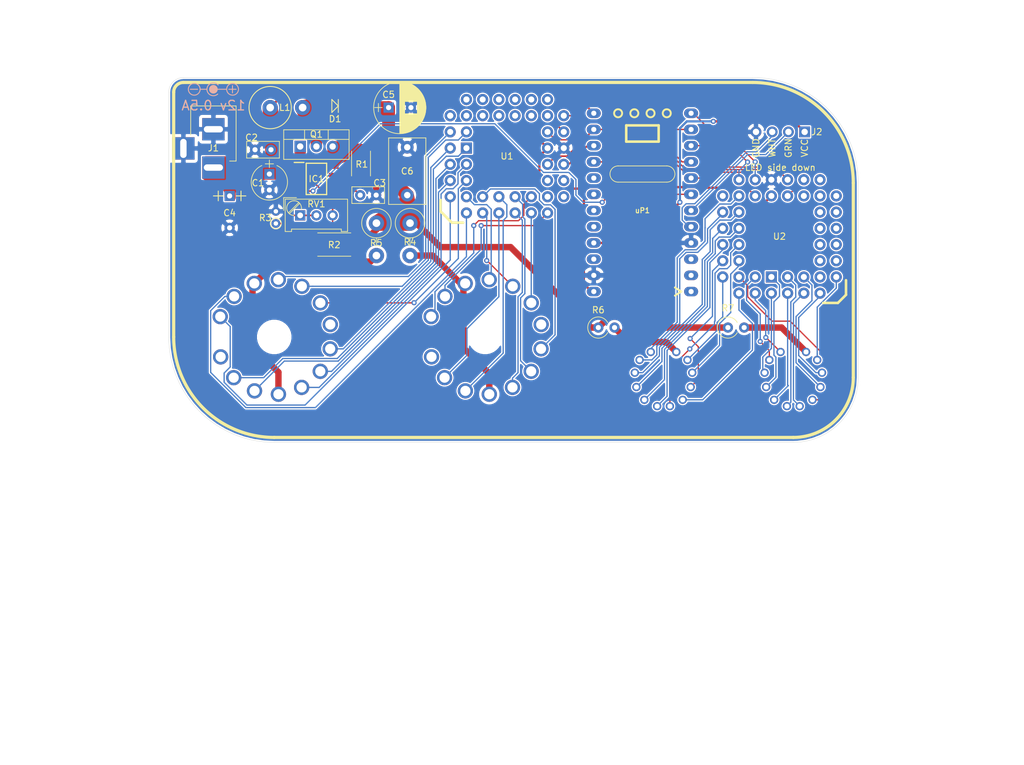
<source format=kicad_pcb>
(kicad_pcb (version 20171130) (host pcbnew "(5.1.0)-1")
  (title_block (title "Nixie Tube Clock") (date 2019-05-07) (company "Spencer Kulbacki") (comment 1 "Uses GPS to set time"))
  (layers (0 F.Cu signal) (31 B.Cu signal) (34 B.Paste user) (35 F.Paste user) (36 B.SilkS user) (37 F.SilkS user) (38 B.Mask user) (39 F.Mask user) (44 Edge.Cuts user))
  (net 0 "")
  (net 1 GND)
  (net 2 +12V)
  (net 3 "Net-(C3-Pad1)")
  (net 4 /HV_170-200)
  (net 5 "Net-(D1-Pad2)")
  (net 6 "Net-(IC1-Pad1)")
  (net 7 "Net-(IC1-Pad3)")
  (net 8 /Shdn_HV)
  (net 9 "Net-(IC1-Pad8)")
  (net 10 "Net-(J2-Pad4)")
  (net 11 "Net-(J2-Pad3)")
  (net 12 "Net-(J2-Pad2)")
  (net 13 "Net-(N1-Pad9)")
  (net 14 "Net-(N1-Pad8)")
  (net 15 "Net-(N1-Pad7)")
  (net 16 "Net-(N1-Pad6)")
  (net 17 "Net-(N1-Pad5)")
  (net 18 "Net-(N1-Pad4)")
  (net 19 "Net-(N1-Pad3)")
  (net 20 "Net-(N1-Pad2)")
  (net 21 "Net-(N1-Pad1)")
  (net 22 "Net-(N1-Pad0)")
  (net 23 "Net-(N2-Pad0)")
  (net 24 "Net-(N2-Pad1)")
  (net 25 "Net-(N2-Pad2)")
  (net 26 "Net-(N2-Pad3)")
  (net 27 "Net-(N2-Pad4)")
  (net 28 "Net-(N2-Pad5)")
  (net 29 "Net-(N2-Pad6)")
  (net 30 "Net-(N2-Pad7)")
  (net 31 "Net-(N2-Pad8)")
  (net 32 "Net-(N2-Pad9)")
  (net 33 "Net-(N3-PadA)")
  (net 34 "Net-(N3-Pad9)")
  (net 35 "Net-(N3-Pad8)")
  (net 36 "Net-(N3-Pad7)")
  (net 37 "Net-(N3-Pad6)")
  (net 38 "Net-(N3-Pad5)")
  (net 39 "Net-(N3-Pad4)")
  (net 40 "Net-(N3-Pad3)")
  (net 41 "Net-(N3-Pad2)")
  (net 42 "Net-(N3-Pad1)")
  (net 43 "Net-(N3-Pad0)")
  (net 44 "Net-(N3-Pad.)")
  (net 45 "Net-(N4-Pad.)")
  (net 46 "Net-(N4-Pad0)")
  (net 47 "Net-(N4-Pad1)")
  (net 48 "Net-(N4-Pad2)")
  (net 49 "Net-(N4-Pad3)")
  (net 50 "Net-(N4-Pad4)")
  (net 51 "Net-(N4-Pad5)")
  (net 52 "Net-(N4-Pad6)")
  (net 53 "Net-(N4-Pad7)")
  (net 54 "Net-(N4-Pad8)")
  (net 55 "Net-(N4-Pad9)")
  (net 56 "Net-(N4-PadA)")
  (net 57 "Net-(R3-Pad1)")
  (net 58 "Net-(U1-Pad39)")
  (net 59 "Net-(U1-Pad37)")
  (net 60 "Net-(U1-Pad35)")
  (net 61 "Net-(U1-Pad33)")
  (net 62 "Net-(U1-Pad31)")
  (net 63 "Net-(U1-Pad29)")
  (net 64 "Net-(U1-Pad40)")
  (net 65 "Net-(U1-Pad38)")
  (net 66 "Net-(U1-Pad36)")
  (net 67 "Net-(U1-Pad34)")
  (net 68 "Net-(U1-Pad32)")
  (net 69 "Net-(U1-Pad30)")
  (net 70 /BlankHr)
  (net 71 /LatchHr)
  (net 72 /InvertHr)
  (net 73 "Net-(U1-Pad20)")
  (net 74 "Net-(U1-Pad18)")
  (net 75 /DataHr)
  (net 76 /CLK)
  (net 77 "Net-(U1-Pad21)")
  (net 78 "Net-(U1-Pad19)")
  (net 79 "Net-(U1-Pad41)")
  (net 80 "Net-(U2-Pad19)")
  (net 81 "Net-(U2-Pad21)")
  (net 82 /DataMin)
  (net 83 "Net-(U2-Pad29)")
  (net 84 "Net-(U2-Pad18)")
  (net 85 "Net-(U2-Pad20)")
  (net 86 /InvertMin)
  (net 87 /LatchMin)
  (net 88 /BlankMin)
  (net 89 "Net-(uP1-PadRST)")
  (net 90 "Net-(uP1-PadA3)")
  (net 91 "Net-(uP1-PadA2)")
  (net 92 "Net-(uP1-PadA1)")
  (net 93 "Net-(uP1-PadA0)")
  (net 94 "Net-(uP1-PadRX)")
  (net 95 "Net-(uP1-PadTX)")
  (net 96 "Net-(U2-Pad8)")
  (net 97 "Net-(U2-Pad10)")
  (net 98 "Net-(U2-Pad12)")
  (net 99 "Net-(U2-Pad14)")
  (net 100 "Net-(U2-Pad16)")
  (net 101 "Net-(U2-Pad9)")
  (net 102 "Net-(U2-Pad11)")
  (net 103 "Net-(U2-Pad13)")
  (net 104 "Net-(U2-Pad15)")
  (net 105 "Net-(U2-Pad17)")
  (net 106 "Net-(N1-PadA)")
  (net 107 "Net-(N2-PadA)")
  (module Capacitors_THT:CP_Radial_Tantal_D9.0mm_P5.00mm (layer F.Cu) (at 78.105 66.802 270)
    (fp_text reference C4 (at 2.667 0) (layer F.SilkS))
    (fp_text value "100uF 35v")
    (pad 1 thru_hole rect (at 0 0 270) (size 1.6 1.6) (drill 0.8) (layers *.Cu *.Mask) (net 2 +12V))
    (pad 2 thru_hole circle (at 5 0 270) (size 1.6 1.6) (drill 0.8) (layers *.Cu *.Mask) (net 1 GND))
  )
  (module Connectors:BARREL_JACK (layer F.Cu) (at 75.565 62.357 270)
    (fp_text reference J1 (at -3.048 0 180) (layer F.SilkS))
    (fp_text value Barrel_Jack)
    (pad 3 thru_hole rect (at -3 4.7 270) (size 3.5 3.5) (drill oval 3 1) (layers *.Cu *.Mask) (net 1 GND))
    (pad 2 thru_hole rect (at -6 0 270) (size 3.5 3.5) (drill oval 1 3) (layers *.Cu *.Mask) (net 1 GND))
    (pad 1 thru_hole rect (at 0 0 270) (size 3.5 3.5) (drill oval 1 3) (layers *.Cu *.Mask) (net 2 +12V))
  )
  (module NixieClock:pro_mini (layer F.Cu) (at 142.748 69.088 90)
    (fp_text reference uP1 (at 0 0) (layer F.SilkS) (effects (font (size 0.8 0.8) (thickness 0.16))))
    (fp_text value ARDUPROMINI)
    (pad TX thru_hole oval (at -12.7 7.62 90) (size 1.50114 2.19964) (drill 0.8001) (layers *.Cu *.Mask) (net 95 "Net-(uP1-PadTX)"))
    (pad RX thru_hole oval (at -10.16 7.62 90) (size 1.50114 2.19964) (drill 0.8001) (layers *.Cu *.Mask) (net 94 "Net-(uP1-PadRX)"))
    (pad Reset thru_hole oval (at -7.62 7.62 90) (size 1.50114 2.19964) (drill 0.8001) (layers *.Cu *.Mask))
    (pad GND thru_hole oval (at -5.08 7.62 90) (size 1.50114 2.19964) (drill 0.8001) (layers *.Cu *.Mask) (net 1 GND))
    (pad 2 thru_hole oval (at -2.54 7.62 90) (size 1.50114 2.19964) (drill 0.8001) (layers *.Cu *.Mask) (net 12 "Net-(J2-Pad2)"))
    (pad 3 thru_hole oval (at 0 7.62 90) (size 1.50114 2.19964) (drill 0.8001) (layers *.Cu *.Mask) (net 11 "Net-(J2-Pad3)"))
    (pad 4 thru_hole oval (at 2.54 7.62 90) (size 1.50114 2.19964) (drill 0.8001) (layers *.Cu *.Mask) (net 8 /Shdn_HV))
    (pad 5 thru_hole oval (at 5.08 7.62 90) (size 1.50114 2.19964) (drill 0.8001) (layers *.Cu *.Mask) (net 82 /DataMin))
    (pad 6 thru_hole oval (at 7.62 7.62 90) (size 1.50114 2.19964) (drill 0.8001) (layers *.Cu *.Mask) (net 75 /DataHr))
    (pad 7 thru_hole oval (at 10.16 7.62 90) (size 1.50114 2.19964) (drill 0.8001) (layers *.Cu *.Mask) (net 88 /BlankMin))
    (pad 8 thru_hole oval (at 12.7 7.62 90) (size 1.50114 2.19964) (drill 0.8001) (layers *.Cu *.Mask) (net 70 /BlankHr))
    (pad 9 thru_hole oval (at 15.24 7.62 90) (size 1.50114 2.19964) (drill 0.8001) (layers *.Cu *.Mask) (net 87 /LatchMin))
    (pad 10 thru_hole oval (at 15.24 -7.62 90) (size 1.50114 2.19964) (drill 0.8001) (layers *.Cu *.Mask) (net 71 /LatchHr))
    (pad 11 thru_hole oval (at 12.7 -7.62 90) (size 1.50114 2.19964) (drill 0.8001) (layers *.Cu *.Mask) (net 76 /CLK))
    (pad 12 thru_hole oval (at 10.16 -7.62 90) (size 1.50114 2.19964) (drill 0.8001) (layers *.Cu *.Mask) (net 72 /InvertHr))
    (pad 13 thru_hole oval (at 7.62 -7.62 90) (size 1.50114 2.19964) (drill 0.8001) (layers *.Cu *.Mask) (net 86 /InvertMin))
    (pad A0 thru_hole oval (at 5.08 -7.62 90) (size 1.50114 2.19964) (drill 0.8001) (layers *.Cu *.Mask) (net 93 "Net-(uP1-PadA0)"))
    (pad A1 thru_hole oval (at 2.54 -7.62 90) (size 1.50114 2.19964) (drill 0.8001) (layers *.Cu *.Mask) (net 92 "Net-(uP1-PadA1)"))
    (pad A2 thru_hole oval (at 0 -7.62 90) (size 1.50114 2.19964) (drill 0.8001) (layers *.Cu *.Mask) (net 91 "Net-(uP1-PadA2)"))
    (pad A3 thru_hole oval (at -2.54 -7.62 90) (size 1.50114 2.19964) (drill 0.8001) (layers *.Cu *.Mask) (net 90 "Net-(uP1-PadA3)"))
    (pad VCC thru_hole oval (at -5.08 -7.62 90) (size 1.50114 2.19964) (drill 0.8001) (layers *.Cu *.Mask) (net 10 "Net-(J2-Pad4)"))
    (pad RST thru_hole oval (at -7.62 -7.62 90) (size 1.50114 2.19964) (drill 0.8001) (layers *.Cu *.Mask) (net 89 "Net-(uP1-PadRST)"))
    (pad GND thru_hole oval (at -10.16 -7.62 90) (size 1.50114 2.19964) (drill 0.8001) (layers *.Cu *.Mask) (net 1 GND))
    (pad RAW thru_hole oval (at -12.7 -7.62 90) (size 1.50114 2.19964) (drill 0.8001) (layers *.Cu *.Mask) (net 2 +12V))
  )
  (module NixieClock:PLCC-44_THT-Socket (layer F.Cu) (at 162.941 79.502 180)
    (fp_text reference U2 (at -1.27 6.35 180) (layer F.SilkS))
    (fp_text value HV5622)
    (pad 1 thru_hole rect (at 0 0 180) (size 1.75 1.75) (drill 0.95) (layers *.Cu *.Mask) (net 50 "Net-(N4-Pad4)"))
    (pad 3 thru_hole circle (at -2.54 0 180) (size 1.75 1.75) (drill 0.95) (layers *.Cu *.Mask) (net 52 "Net-(N4-Pad6)"))
    (pad 5 thru_hole circle (at -5.08 0 180) (size 1.75 1.75) (drill 0.95) (layers *.Cu *.Mask) (net 54 "Net-(N4-Pad8)"))
    (pad 43 thru_hole circle (at 2.54 0 180) (size 1.75 1.75) (drill 0.95) (layers *.Cu *.Mask) (net 48 "Net-(N4-Pad2)"))
    (pad 41 thru_hole circle (at 5.08 0 180) (size 1.75 1.75) (drill 0.95) (layers *.Cu *.Mask) (net 45 "Net-(N4-Pad.)"))
    (pad 39 thru_hole circle (at 7.62 0 180) (size 1.75 1.75) (drill 0.95) (layers *.Cu *.Mask) (net 43 "Net-(N3-Pad0)"))
    (pad 2 thru_hole circle (at -2.54 -2.54 180) (size 1.75 1.75) (drill 0.95) (layers *.Cu *.Mask) (net 51 "Net-(N4-Pad5)"))
    (pad 4 thru_hole circle (at -5.08 -2.54 180) (size 1.75 1.75) (drill 0.95) (layers *.Cu *.Mask) (net 53 "Net-(N4-Pad7)"))
    (pad 6 thru_hole circle (at -7.62 -2.54 180) (size 1.75 1.75) (drill 0.95) (layers *.Cu *.Mask) (net 55 "Net-(N4-Pad9)"))
    (pad 44 thru_hole circle (at 0 -2.54 180) (size 1.75 1.75) (drill 0.95) (layers *.Cu *.Mask) (net 49 "Net-(N4-Pad3)"))
    (pad 42 thru_hole circle (at 2.54 -2.54 180) (size 1.75 1.75) (drill 0.95) (layers *.Cu *.Mask) (net 47 "Net-(N4-Pad1)"))
    (pad 40 thru_hole circle (at 5.08 -2.54 180) (size 1.75 1.75) (drill 0.95) (layers *.Cu *.Mask) (net 44 "Net-(N3-Pad.)"))
    (pad 8 thru_hole circle (at -7.62 0 180) (size 1.75 1.75) (drill 0.95) (layers *.Cu *.Mask) (net 96 "Net-(U2-Pad8)"))
    (pad 10 thru_hole circle (at -7.62 2.54 180) (size 1.75 1.75) (drill 0.95) (layers *.Cu *.Mask) (net 97 "Net-(U2-Pad10)"))
    (pad 12 thru_hole circle (at -7.62 5.08 180) (size 1.75 1.75) (drill 0.95) (layers *.Cu *.Mask) (net 98 "Net-(U2-Pad12)"))
    (pad 14 thru_hole circle (at -7.62 7.62 180) (size 1.75 1.75) (drill 0.95) (layers *.Cu *.Mask) (net 99 "Net-(U2-Pad14)"))
    (pad 16 thru_hole circle (at -7.62 10.16 180) (size 1.75 1.75) (drill 0.95) (layers *.Cu *.Mask) (net 100 "Net-(U2-Pad16)"))
    (pad 7 thru_hole circle (at -10.16 0 180) (size 1.75 1.75) (drill 0.95) (layers *.Cu *.Mask) (net 46 "Net-(N4-Pad0)"))
    (pad 9 thru_hole circle (at -10.16 2.54 180) (size 1.75 1.75) (drill 0.95) (layers *.Cu *.Mask) (net 101 "Net-(U2-Pad9)"))
    (pad 11 thru_hole circle (at -10.16 5.08 180) (size 1.75 1.75) (drill 0.95) (layers *.Cu *.Mask) (net 102 "Net-(U2-Pad11)"))
    (pad 13 thru_hole circle (at -10.16 7.62 180) (size 1.75 1.75) (drill 0.95) (layers *.Cu *.Mask) (net 103 "Net-(U2-Pad13)"))
    (pad 15 thru_hole circle (at -10.16 10.16 180) (size 1.75 1.75) (drill 0.95) (layers *.Cu *.Mask) (net 104 "Net-(U2-Pad15)"))
    (pad 17 thru_hole circle (at -10.16 12.7 180) (size 1.75 1.75) (drill 0.95) (layers *.Cu *.Mask) (net 105 "Net-(U2-Pad17)"))
    (pad 19 thru_hole circle (at -7.62 12.7 180) (size 1.75 1.75) (drill 0.95) (layers *.Cu *.Mask) (net 80 "Net-(U2-Pad19)"))
    (pad 21 thru_hole circle (at -5.08 12.7 180) (size 1.75 1.75) (drill 0.95) (layers *.Cu *.Mask) (net 81 "Net-(U2-Pad21)"))
    (pad 23 thru_hole circle (at -2.54 12.7 180) (size 1.75 1.75) (drill 0.95) (layers *.Cu *.Mask) (net 76 /CLK))
    (pad 25 thru_hole circle (at 0 12.7 180) (size 1.75 1.75) (drill 0.95) (layers *.Cu *.Mask) (net 2 +12V))
    (pad 27 thru_hole circle (at 2.54 12.7 180) (size 1.75 1.75) (drill 0.95) (layers *.Cu *.Mask) (net 82 /DataMin))
    (pad 30 thru_hole circle (at 5.08 12.7 180) (size 1.75 1.75) (drill 0.95) (layers *.Cu *.Mask) (net 42 "Net-(N3-Pad1)"))
    (pad 18 thru_hole circle (at -7.62 15.24 180) (size 1.75 1.75) (drill 0.95) (layers *.Cu *.Mask) (net 84 "Net-(U2-Pad18)"))
    (pad 20 thru_hole circle (at -5.08 15.24 180) (size 1.75 1.75) (drill 0.95) (layers *.Cu *.Mask) (net 85 "Net-(U2-Pad20)"))
    (pad 22 thru_hole circle (at -2.54 15.24 180) (size 1.75 1.75) (drill 0.95) (layers *.Cu *.Mask) (net 86 /InvertMin))
    (pad 24 thru_hole circle (at 0 15.24 180) (size 1.75 1.75) (drill 0.95) (layers *.Cu *.Mask) (net 1 GND))
    (pad 26 thru_hole circle (at 2.54 15.24 180) (size 1.75 1.75) (drill 0.95) (layers *.Cu *.Mask) (net 87 /LatchMin))
    (pad 28 thru_hole circle (at 5.08 15.24 180) (size 1.75 1.75) (drill 0.95) (layers *.Cu *.Mask) (net 88 /BlankMin))
    (pad 32 thru_hole circle (at 5.08 10.16 180) (size 1.75 1.75) (drill 0.95) (layers *.Cu *.Mask) (net 40 "Net-(N3-Pad3)"))
    (pad 34 thru_hole circle (at 5.08 7.62 180) (size 1.75 1.75) (drill 0.95) (layers *.Cu *.Mask) (net 38 "Net-(N3-Pad5)"))
    (pad 36 thru_hole circle (at 5.08 5.08 180) (size 1.75 1.75) (drill 0.95) (layers *.Cu *.Mask) (net 36 "Net-(N3-Pad7)"))
    (pad 38 thru_hole circle (at 5.08 2.54 180) (size 1.75 1.75) (drill 0.95) (layers *.Cu *.Mask) (net 34 "Net-(N3-Pad9)"))
    (pad 40 thru_hole circle (at 5.08 -2.54 180) (size 1.75 1.75) (drill 0.95) (layers *.Cu *.Mask) (net 44 "Net-(N3-Pad.)"))
    (pad 29 thru_hole circle (at 7.62 12.7 180) (size 1.75 1.75) (drill 0.95) (layers *.Cu *.Mask) (net 83 "Net-(U2-Pad29)"))
    (pad 31 thru_hole circle (at 7.62 10.16 180) (size 1.75 1.75) (drill 0.95) (layers *.Cu *.Mask) (net 41 "Net-(N3-Pad2)"))
    (pad 33 thru_hole circle (at 7.62 7.62 180) (size 1.75 1.75) (drill 0.95) (layers *.Cu *.Mask) (net 39 "Net-(N3-Pad4)"))
    (pad 35 thru_hole circle (at 7.62 5.08 180) (size 1.75 1.75) (drill 0.95) (layers *.Cu *.Mask) (net 37 "Net-(N3-Pad6)"))
    (pad 37 thru_hole circle (at 7.62 2.54 180) (size 1.75 1.75) (drill 0.95) (layers *.Cu *.Mask) (net 35 "Net-(N3-Pad8)"))
    (pad 39 thru_hole circle (at 7.62 0 180) (size 1.75 1.75) (drill 0.95) (layers *.Cu *.Mask) (net 43 "Net-(N3-Pad0)"))
  )
  (module NixieClock:PLCC-44_THT-Socket (layer F.Cu) (at 115.189 59.309 90)
    (fp_text reference U1 (at -1.27 6.35 180) (layer F.SilkS))
    (fp_text value HV5622)
    (pad 1 thru_hole rect (at 0 0 90) (size 1.75 1.75) (drill 0.95) (layers *.Cu *.Mask) (net 18 "Net-(N1-Pad4)"))
    (pad 3 thru_hole circle (at -2.54 0 90) (size 1.75 1.75) (drill 0.95) (layers *.Cu *.Mask) (net 16 "Net-(N1-Pad6)"))
    (pad 5 thru_hole circle (at -5.08 0 90) (size 1.75 1.75) (drill 0.95) (layers *.Cu *.Mask) (net 14 "Net-(N1-Pad8)"))
    (pad 43 thru_hole circle (at 2.54 0 90) (size 1.75 1.75) (drill 0.95) (layers *.Cu *.Mask) (net 20 "Net-(N1-Pad2)"))
    (pad 41 thru_hole circle (at 5.08 0 90) (size 1.75 1.75) (drill 0.95) (layers *.Cu *.Mask) (net 79 "Net-(U1-Pad41)"))
    (pad 39 thru_hole circle (at 7.62 0 90) (size 1.75 1.75) (drill 0.95) (layers *.Cu *.Mask) (net 58 "Net-(U1-Pad39)"))
    (pad 2 thru_hole circle (at -2.54 -2.54 90) (size 1.75 1.75) (drill 0.95) (layers *.Cu *.Mask) (net 17 "Net-(N1-Pad5)"))
    (pad 4 thru_hole circle (at -5.08 -2.54 90) (size 1.75 1.75) (drill 0.95) (layers *.Cu *.Mask) (net 15 "Net-(N1-Pad7)"))
    (pad 6 thru_hole circle (at -7.62 -2.54 90) (size 1.75 1.75) (drill 0.95) (layers *.Cu *.Mask) (net 13 "Net-(N1-Pad9)"))
    (pad 44 thru_hole circle (at 0 -2.54 90) (size 1.75 1.75) (drill 0.95) (layers *.Cu *.Mask) (net 19 "Net-(N1-Pad3)"))
    (pad 42 thru_hole circle (at 2.54 -2.54 90) (size 1.75 1.75) (drill 0.95) (layers *.Cu *.Mask) (net 21 "Net-(N1-Pad1)"))
    (pad 40 thru_hole circle (at 5.08 -2.54 90) (size 1.75 1.75) (drill 0.95) (layers *.Cu *.Mask) (net 64 "Net-(U1-Pad40)"))
    (pad 8 thru_hole circle (at -7.62 0 90) (size 1.75 1.75) (drill 0.95) (layers *.Cu *.Mask) (net 24 "Net-(N2-Pad1)"))
    (pad 10 thru_hole circle (at -7.62 2.54 90) (size 1.75 1.75) (drill 0.95) (layers *.Cu *.Mask) (net 26 "Net-(N2-Pad3)"))
    (pad 12 thru_hole circle (at -7.62 5.08 90) (size 1.75 1.75) (drill 0.95) (layers *.Cu *.Mask) (net 28 "Net-(N2-Pad5)"))
    (pad 14 thru_hole circle (at -7.62 7.62 90) (size 1.75 1.75) (drill 0.95) (layers *.Cu *.Mask) (net 30 "Net-(N2-Pad7)"))
    (pad 16 thru_hole circle (at -7.62 10.16 90) (size 1.75 1.75) (drill 0.95) (layers *.Cu *.Mask) (net 32 "Net-(N2-Pad9)"))
    (pad 7 thru_hole circle (at -10.16 0 90) (size 1.75 1.75) (drill 0.95) (layers *.Cu *.Mask) (net 22 "Net-(N1-Pad0)"))
    (pad 9 thru_hole circle (at -10.16 2.54 90) (size 1.75 1.75) (drill 0.95) (layers *.Cu *.Mask) (net 25 "Net-(N2-Pad2)"))
    (pad 11 thru_hole circle (at -10.16 5.08 90) (size 1.75 1.75) (drill 0.95) (layers *.Cu *.Mask) (net 27 "Net-(N2-Pad4)"))
    (pad 13 thru_hole circle (at -10.16 7.62 90) (size 1.75 1.75) (drill 0.95) (layers *.Cu *.Mask) (net 29 "Net-(N2-Pad6)"))
    (pad 15 thru_hole circle (at -10.16 10.16 90) (size 1.75 1.75) (drill 0.95) (layers *.Cu *.Mask) (net 31 "Net-(N2-Pad8)"))
    (pad 17 thru_hole circle (at -10.16 12.7 90) (size 1.75 1.75) (drill 0.95) (layers *.Cu *.Mask) (net 23 "Net-(N2-Pad0)"))
    (pad 19 thru_hole circle (at -7.62 12.7 90) (size 1.75 1.75) (drill 0.95) (layers *.Cu *.Mask) (net 78 "Net-(U1-Pad19)"))
    (pad 21 thru_hole circle (at -5.08 12.7 90) (size 1.75 1.75) (drill 0.95) (layers *.Cu *.Mask) (net 77 "Net-(U1-Pad21)"))
    (pad 23 thru_hole circle (at -2.54 12.7 90) (size 1.75 1.75) (drill 0.95) (layers *.Cu *.Mask) (net 76 /CLK))
    (pad 25 thru_hole circle (at 0 12.7 90) (size 1.75 1.75) (drill 0.95) (layers *.Cu *.Mask) (net 2 +12V))
    (pad 27 thru_hole circle (at 2.54 12.7 90) (size 1.75 1.75) (drill 0.95) (layers *.Cu *.Mask) (net 75 /DataHr))
    (pad 30 thru_hole circle (at 5.08 12.7 90) (size 1.75 1.75) (drill 0.95) (layers *.Cu *.Mask) (net 69 "Net-(U1-Pad30)"))
    (pad 18 thru_hole circle (at -7.62 15.24 90) (size 1.75 1.75) (drill 0.95) (layers *.Cu *.Mask) (net 74 "Net-(U1-Pad18)"))
    (pad 20 thru_hole circle (at -5.08 15.24 90) (size 1.75 1.75) (drill 0.95) (layers *.Cu *.Mask) (net 73 "Net-(U1-Pad20)"))
    (pad 22 thru_hole circle (at -2.54 15.24 90) (size 1.75 1.75) (drill 0.95) (layers *.Cu *.Mask) (net 72 /InvertHr))
    (pad 24 thru_hole circle (at 0 15.24 90) (size 1.75 1.75) (drill 0.95) (layers *.Cu *.Mask) (net 1 GND))
    (pad 26 thru_hole circle (at 2.54 15.24 90) (size 1.75 1.75) (drill 0.95) (layers *.Cu *.Mask) (net 71 /LatchHr))
    (pad 28 thru_hole circle (at 5.08 15.24 90) (size 1.75 1.75) (drill 0.95) (layers *.Cu *.Mask) (net 70 /BlankHr))
    (pad 32 thru_hole circle (at 5.08 10.16 90) (size 1.75 1.75) (drill 0.95) (layers *.Cu *.Mask) (net 68 "Net-(U1-Pad32)"))
    (pad 34 thru_hole circle (at 5.08 7.62 90) (size 1.75 1.75) (drill 0.95) (layers *.Cu *.Mask) (net 67 "Net-(U1-Pad34)"))
    (pad 36 thru_hole circle (at 5.08 5.08 90) (size 1.75 1.75) (drill 0.95) (layers *.Cu *.Mask) (net 66 "Net-(U1-Pad36)"))
    (pad 38 thru_hole circle (at 5.08 2.54 90) (size 1.75 1.75) (drill 0.95) (layers *.Cu *.Mask) (net 65 "Net-(U1-Pad38)"))
    (pad 40 thru_hole circle (at 5.08 -2.54 90) (size 1.75 1.75) (drill 0.95) (layers *.Cu *.Mask) (net 64 "Net-(U1-Pad40)"))
    (pad 29 thru_hole circle (at 7.62 12.7 90) (size 1.75 1.75) (drill 0.95) (layers *.Cu *.Mask) (net 63 "Net-(U1-Pad29)"))
    (pad 31 thru_hole circle (at 7.62 10.16 90) (size 1.75 1.75) (drill 0.95) (layers *.Cu *.Mask) (net 62 "Net-(U1-Pad31)"))
    (pad 33 thru_hole circle (at 7.62 7.62 90) (size 1.75 1.75) (drill 0.95) (layers *.Cu *.Mask) (net 61 "Net-(U1-Pad33)"))
    (pad 35 thru_hole circle (at 7.62 5.08 90) (size 1.75 1.75) (drill 0.95) (layers *.Cu *.Mask) (net 60 "Net-(U1-Pad35)"))
    (pad 37 thru_hole circle (at 7.62 2.54 90) (size 1.75 1.75) (drill 0.95) (layers *.Cu *.Mask) (net 59 "Net-(U1-Pad37)"))
    (pad 39 thru_hole circle (at 7.62 0 90) (size 1.75 1.75) (drill 0.95) (layers *.Cu *.Mask) (net 58 "Net-(U1-Pad39)"))
  )
  (module nixies-us:nixies-us-IN-8-2 (layer F.Cu) (at 166.37 95.25 180)
    (fp_text reference N4 hide)
    (fp_text value Min_Ones_IN-8-2 hide)
    (pad . thru_hole circle (at -2.99974 -3.49758 180) (size 1.30556 1.30556) (drill 0.79756) (layers *.Cu *.Paste *.Mask) (net 45 "Net-(N4-Pad.)"))
    (pad 0 thru_hole circle (at -3.74904 2.74828 180) (size 1.30556 1.30556) (drill 0.79756) (layers *.Cu *.Paste *.Mask) (net 46 "Net-(N4-Pad0)"))
    (pad 1 thru_hole circle (at 1.99898 3.99796 180) (size 1.30556 1.30556) (drill 0.79756) (layers *.Cu *.Paste *.Mask) (net 47 "Net-(N4-Pad1)"))
    (pad 2 thru_hole circle (at 3.74904 2.74828 180) (size 1.30556 1.30556) (drill 0.79756) (layers *.Cu *.Paste *.Mask) (net 48 "Net-(N4-Pad2)"))
    (pad 3 thru_hole circle (at 4.49834 0.7493 180) (size 1.30556 1.30556) (drill 0.79756) (layers *.Cu *.Paste *.Mask) (net 49 "Net-(N4-Pad3)"))
    (pad 4 thru_hole circle (at 4.24942 -1.4986 180) (size 1.30556 1.30556) (drill 0.79756) (layers *.Cu *.Paste *.Mask) (net 50 "Net-(N4-Pad4)"))
    (pad 5 thru_hole circle (at 2.99974 -3.49758 180) (size 1.30556 1.30556) (drill 0.79756) (layers *.Cu *.Paste *.Mask) (net 51 "Net-(N4-Pad5)"))
    (pad 6 thru_hole circle (at 0.99822 -4.49834 180) (size 1.30556 1.30556) (drill 0.79756) (layers *.Cu *.Paste *.Mask) (net 52 "Net-(N4-Pad6)"))
    (pad 7 thru_hole circle (at -0.99822 -4.49834 180) (size 1.30556 1.30556) (drill 0.79756) (layers *.Cu *.Paste *.Mask) (net 53 "Net-(N4-Pad7)"))
    (pad 8 thru_hole circle (at -4.24942 -1.4986 180) (size 1.30556 1.30556) (drill 0.79756) (layers *.Cu *.Paste *.Mask) (net 54 "Net-(N4-Pad8)"))
    (pad 9 thru_hole circle (at -4.49834 0.7493 180) (size 1.30556 1.30556) (drill 0.79756) (layers *.Cu *.Paste *.Mask) (net 55 "Net-(N4-Pad9)"))
    (pad A thru_hole circle (at -1.99898 3.99796 180) (size 1.30556 1.30556) (drill 0.79756) (layers *.Cu *.Paste *.Mask) (net 56 "Net-(N4-PadA)"))
  )
  (module nixies-us:nixies-us-IN-8-2 (layer F.Cu) (at 146.05 95.25 180)
    (fp_text reference N3 hide)
    (fp_text value Min_Tens_IN-8-2 hide)
    (pad A thru_hole circle (at -1.99898 3.99796 180) (size 1.30556 1.30556) (drill 0.79756) (layers *.Cu *.Paste *.Mask) (net 33 "Net-(N3-PadA)"))
    (pad 9 thru_hole circle (at -4.49834 0.7493 180) (size 1.30556 1.30556) (drill 0.79756) (layers *.Cu *.Paste *.Mask) (net 34 "Net-(N3-Pad9)"))
    (pad 8 thru_hole circle (at -4.24942 -1.4986 180) (size 1.30556 1.30556) (drill 0.79756) (layers *.Cu *.Paste *.Mask) (net 35 "Net-(N3-Pad8)"))
    (pad 7 thru_hole circle (at -0.99822 -4.49834 180) (size 1.30556 1.30556) (drill 0.79756) (layers *.Cu *.Paste *.Mask) (net 36 "Net-(N3-Pad7)"))
    (pad 6 thru_hole circle (at 0.99822 -4.49834 180) (size 1.30556 1.30556) (drill 0.79756) (layers *.Cu *.Paste *.Mask) (net 37 "Net-(N3-Pad6)"))
    (pad 5 thru_hole circle (at 2.99974 -3.49758 180) (size 1.30556 1.30556) (drill 0.79756) (layers *.Cu *.Paste *.Mask) (net 38 "Net-(N3-Pad5)"))
    (pad 4 thru_hole circle (at 4.24942 -1.4986 180) (size 1.30556 1.30556) (drill 0.79756) (layers *.Cu *.Paste *.Mask) (net 39 "Net-(N3-Pad4)"))
    (pad 3 thru_hole circle (at 4.49834 0.7493 180) (size 1.30556 1.30556) (drill 0.79756) (layers *.Cu *.Paste *.Mask) (net 40 "Net-(N3-Pad3)"))
    (pad 2 thru_hole circle (at 3.74904 2.74828 180) (size 1.30556 1.30556) (drill 0.79756) (layers *.Cu *.Paste *.Mask) (net 41 "Net-(N3-Pad2)"))
    (pad 1 thru_hole circle (at 1.99898 3.99796 180) (size 1.30556 1.30556) (drill 0.79756) (layers *.Cu *.Paste *.Mask) (net 42 "Net-(N3-Pad1)"))
    (pad 0 thru_hole circle (at -3.74904 2.74828 180) (size 1.30556 1.30556) (drill 0.79756) (layers *.Cu *.Paste *.Mask) (net 43 "Net-(N3-Pad0)"))
    (pad . thru_hole circle (at -2.99974 -3.49758 180) (size 1.30556 1.30556) (drill 0.79756) (layers *.Cu *.Paste *.Mask) (net 44 "Net-(N3-Pad.)"))
  )
  (module nixies-us:nixies-us-IN-18-DSUB (layer F.Cu) (at 118.11 88.9 180)
    (fp_text reference N2 hide)
    (fp_text value Hour_Ones_IN-18 hide)
    (pad 0 thru_hole circle (at 6.28142 6.35508 180) (size 2.39776 2.39776) (drill 1.59766) (layers *.Cu *.Paste *.Mask) (net 23 "Net-(N2-Pad0)"))
    (pad 1 thru_hole circle (at -0.64262 8.97128 180) (size 2.39776 2.39776) (drill 1.59766) (layers *.Cu *.Paste *.Mask) (net 24 "Net-(N2-Pad1)"))
    (pad 2 thru_hole circle (at -4.32816 7.9375 180) (size 2.39776 2.39776) (drill 1.59766) (layers *.Cu *.Paste *.Mask) (net 25 "Net-(N2-Pad2)"))
    (pad 3 thru_hole circle (at -8.75792 -1.86182 180) (size 2.39776 2.39776) (drill 1.59766) (layers *.Cu *.Paste *.Mask) (net 26 "Net-(N2-Pad3)"))
    (pad 4 thru_hole circle (at 6.34746 -6.38048 180) (size 2.39776 2.39776) (drill 1.59766) (layers *.Cu *.Paste *.Mask) (net 27 "Net-(N2-Pad4)"))
    (pad 5 thru_hole circle (at 3.08864 -8.44804 180) (size 2.39776 2.39776) (drill 1.59766) (layers *.Cu *.Paste *.Mask) (net 28 "Net-(N2-Pad5)"))
    (pad 6 thru_hole circle (at -4.29006 -7.90448 180) (size 2.39776 2.39776) (drill 1.59766) (layers *.Cu *.Paste *.Mask) (net 29 "Net-(N2-Pad6)"))
    (pad 7 thru_hole circle (at -7.2136 -5.3848 180) (size 2.39776 2.39776) (drill 1.59766) (layers *.Cu *.Paste *.Mask) (net 30 "Net-(N2-Pad7)"))
    (pad 8 thru_hole circle (at -7.2263 5.34162 180) (size 2.39776 2.39776) (drill 1.59766) (layers *.Cu *.Paste *.Mask) (net 31 "Net-(N2-Pad8)"))
    (pad 9 thru_hole circle (at 8.45566 3.1877 180) (size 2.39776 2.39776) (drill 1.59766) (layers *.Cu *.Paste *.Mask) (net 32 "Net-(N2-Pad9)"))
    (pad A thru_hole circle (at -0.65786 -8.97382 180) (size 2.39776 2.39776) (drill 1.59766) (layers *.Cu *.Paste *.Mask) (net 107 "Net-(N2-PadA)"))
    (pad A2 thru_hole circle (at 3.12166 8.39216 180) (size 2.39776 2.39776) (drill 1.59766) (layers *.Cu *.Paste *.Mask) (net 107 "Net-(N2-PadA)"))
    (pad N/C thru_hole circle (at 8.39216 -3.12166 180) (size 2.39776 2.39776) (drill 1.59766) (layers *.Cu *.Paste *.Mask))
    (pad N/C2 thru_hole circle (at -8.78078 1.94818 180) (size 2.39776 2.39776) (drill 1.59766) (layers *.Cu *.Paste *.Mask))
    (pad "" np_thru_hole circle (at 0 0 180) (size 4.99872 4.99872) (drill 4.99872) (layers *.Cu *.Mask))
  )
  (module nixies-us:nixies-us-IN-18-DSUB (layer F.Cu) (at 85.09 88.9 180)
    (fp_text reference N1 hide)
    (fp_text value Hour_Tens_IN-18 hide)
    (pad "" np_thru_hole circle (at 0 0 180) (size 4.99872 4.99872) (drill 4.99872) (layers *.Cu *.Mask))
    (pad N/C2 thru_hole circle (at -8.78078 1.94818 180) (size 2.39776 2.39776) (drill 1.59766) (layers *.Cu *.Paste *.Mask))
    (pad N/C thru_hole circle (at 8.39216 -3.12166 180) (size 2.39776 2.39776) (drill 1.59766) (layers *.Cu *.Paste *.Mask))
    (pad A2 thru_hole circle (at 3.12166 8.39216 180) (size 2.39776 2.39776) (drill 1.59766) (layers *.Cu *.Paste *.Mask) (net 106 "Net-(N1-PadA)"))
    (pad A thru_hole circle (at -0.65786 -8.97382 180) (size 2.39776 2.39776) (drill 1.59766) (layers *.Cu *.Paste *.Mask) (net 106 "Net-(N1-PadA)"))
    (pad 9 thru_hole circle (at 8.45566 3.1877 180) (size 2.39776 2.39776) (drill 1.59766) (layers *.Cu *.Paste *.Mask) (net 13 "Net-(N1-Pad9)"))
    (pad 8 thru_hole circle (at -7.2263 5.34162 180) (size 2.39776 2.39776) (drill 1.59766) (layers *.Cu *.Paste *.Mask) (net 14 "Net-(N1-Pad8)"))
    (pad 7 thru_hole circle (at -7.2136 -5.3848 180) (size 2.39776 2.39776) (drill 1.59766) (layers *.Cu *.Paste *.Mask) (net 15 "Net-(N1-Pad7)"))
    (pad 6 thru_hole circle (at -4.29006 -7.90448 180) (size 2.39776 2.39776) (drill 1.59766) (layers *.Cu *.Paste *.Mask) (net 16 "Net-(N1-Pad6)"))
    (pad 5 thru_hole circle (at 3.08864 -8.44804 180) (size 2.39776 2.39776) (drill 1.59766) (layers *.Cu *.Paste *.Mask) (net 17 "Net-(N1-Pad5)"))
    (pad 4 thru_hole circle (at 6.34746 -6.38048 180) (size 2.39776 2.39776) (drill 1.59766) (layers *.Cu *.Paste *.Mask) (net 18 "Net-(N1-Pad4)"))
    (pad 3 thru_hole circle (at -8.75792 -1.86182 180) (size 2.39776 2.39776) (drill 1.59766) (layers *.Cu *.Paste *.Mask) (net 19 "Net-(N1-Pad3)"))
    (pad 2 thru_hole circle (at -4.32816 7.9375 180) (size 2.39776 2.39776) (drill 1.59766) (layers *.Cu *.Paste *.Mask) (net 20 "Net-(N1-Pad2)"))
    (pad 1 thru_hole circle (at -0.64262 8.97128 180) (size 2.39776 2.39776) (drill 1.59766) (layers *.Cu *.Paste *.Mask) (net 21 "Net-(N1-Pad1)"))
    (pad 0 thru_hole circle (at 6.28142 6.35508 180) (size 2.39776 2.39776) (drill 1.59766) (layers *.Cu *.Paste *.Mask) (net 22 "Net-(N1-Pad0)"))
  )
  (module Symbols:Symbol_Barrel_Polarity (layer B.Cu) (at 75.565 50.165)
    (fp_text reference REF** hide)
    (fp_text value Symbol_Barrel_Polarity hide)
  )
  (module Capacitors_THT:C_Disc_D5.0mm_W2.5mm_P2.50mm (layer F.Cu) (at 98.552 66.675)
    (fp_text reference C3 (at 3.048 -1.905) (layer F.SilkS))
    (fp_text value 100n)
    (pad 1 thru_hole circle (at 0 0) (size 1.6 1.6) (drill 0.8) (layers *.Cu *.Mask) (net 3 "Net-(C3-Pad1)"))
    (pad 2 thru_hole circle (at 2.5 0) (size 1.6 1.6) (drill 0.8) (layers *.Cu *.Mask) (net 1 GND))
  )
  (module Diodes_SMD:D_SMB (layer F.Cu) (at 94.615 52.705 180)
    (fp_text reference D1 (at 0 -2.032 180) (layer F.SilkS))
    (fp_text value ES2F)
    (pad 1 smd rect (at -2.15 0 180) (size 2.5 2.3) (layers F.Cu F.Paste F.Mask) (net 4 /HV_170-200))
    (pad 2 smd rect (at 2.15 0 180) (size 2.5 2.3) (layers F.Cu F.Paste F.Mask) (net 5 "Net-(D1-Pad2)"))
  )
  (module Resistors_SMD:R_2512 (layer F.Cu) (at 94.488 74.422 180)
    (fp_text reference R2 (at 0 -0.0508) (layer F.SilkS))
    (fp_text value 1M5)
    (pad 1 smd rect (at -3.1 0 180) (size 1 3.2) (layers F.Cu F.Paste F.Mask) (net 4 /HV_170-200))
    (pad 2 smd rect (at 3.1 0 180) (size 1 3.2) (layers F.Cu F.Paste F.Mask) (net 7 "Net-(IC1-Pad3)"))
  )
  (module NixieClock:GPS_BN180 (layer F.Cu) (at 173.228 55.499 270)
    (fp_text reference J2 (at 1.27 3.175) (layer F.SilkS))
    (fp_text value GPS)
    (fp_text user WHT (at 3.81 10.16 270) (layer F.SilkS))
    (fp_text user GRN (at 3.81 7.62 270) (layer F.SilkS))
    (fp_text user VCC (at 3.81 5.08 270) (layer F.SilkS))
    (fp_text user "LED side down" (at 6.858 8.89 180) (layer F.SilkS))
    (fp_text user GND (at 3.81 12.7 270) (layer F.SilkS))
    (pad 4 thru_hole rect (at 1.27 5.08 270) (size 1.7 1.7) (drill 1) (layers *.Cu *.Mask) (net 10 "Net-(J2-Pad4)"))
    (pad 3 thru_hole oval (at 1.27 7.62 270) (size 1.7 1.7) (drill 1) (layers *.Cu *.Mask) (net 11 "Net-(J2-Pad3)"))
    (pad 2 thru_hole oval (at 1.27 10.16 270) (size 1.7 1.7) (drill 1) (layers *.Cu *.Mask) (net 12 "Net-(J2-Pad2)"))
    (pad 1 thru_hole oval (at 1.27 12.7 270) (size 1.7 1.7) (drill 1) (layers *.Cu *.Mask) (net 1 GND))
  )
  (module Inductors_THT:L_Axial_L26.0mm_D9.0mm_P5.08mm_Vertical_Fastron_77A (layer F.Cu) (at 84.455 52.959)
    (fp_text reference L1 (at 2.286 0) (layer F.SilkS))
    (fp_text value 100uH)
    (pad 2 thru_hole oval (at 5.08 0) (size 2.4 2.4) (drill 1.2) (layers *.Cu *.Mask) (net 5 "Net-(D1-Pad2)"))
    (pad 1 thru_hole circle (at 0 0) (size 2.4 2.4) (drill 1.2) (layers *.Cu *.Mask) (net 2 +12V))
  )
  (module Capacitors_THT:CP_Radial_Tantal_D5.5mm_P2.50mm (layer F.Cu) (at 84.328 63.373 270)
    (fp_text reference C1 (at 1.397 1.778) (layer F.SilkS))
    (fp_text value "10uF 25v")
    (pad 1 thru_hole rect (at 0 0 270) (size 1.6 1.6) (drill 0.8) (layers *.Cu *.Mask) (net 2 +12V))
    (pad 2 thru_hole circle (at 2.5 0 270) (size 1.6 1.6) (drill 0.8) (layers *.Cu *.Mask) (net 1 GND))
  )
  (module Resistors_THT:R_Axial_DIN0309_L9.0mm_D3.2mm_P2.54mm_Vertical (layer F.Cu) (at 156.1338 87.4268)
    (fp_text reference R7 (at 0 -3.048) (layer F.SilkS))
    (fp_text value 68k)
    (pad 2 thru_hole oval (at 2.54 0) (size 1.6 1.6) (drill 0.8) (layers *.Cu *.Mask) (net 56 "Net-(N4-PadA)"))
    (pad 1 thru_hole circle (at 0 0) (size 1.6 1.6) (drill 0.8) (layers *.Cu *.Mask) (net 4 /HV_170-200))
  )
  (module Resistors_THT:R_Axial_DIN0309_L9.0mm_D3.2mm_P2.54mm_Vertical (layer F.Cu) (at 135.8392 87.4268)
    (fp_text reference R6 (at 0 -2.7432) (layer F.SilkS))
    (fp_text value 68k)
    (pad 2 thru_hole oval (at 2.54 0) (size 1.6 1.6) (drill 0.8) (layers *.Cu *.Mask) (net 33 "Net-(N3-PadA)"))
    (pad 1 thru_hole circle (at 0 0) (size 1.6 1.6) (drill 0.8) (layers *.Cu *.Mask) (net 4 /HV_170-200))
  )
  (module Capacitors_THT:C_Disc_D5.0mm_W2.5mm_P2.50mm (layer F.Cu) (at 84.582 59.563 180)
    (fp_text reference C2 (at 3.048 1.905 180) (layer F.SilkS))
    (fp_text value 100n)
    (pad 2 thru_hole circle (at 2.5 0 180) (size 1.6 1.6) (drill 0.8) (layers *.Cu *.Mask) (net 1 GND))
    (pad 1 thru_hole circle (at 0 0 180) (size 1.6 1.6) (drill 0.8) (layers *.Cu *.Mask) (net 2 +12V))
  )
  (module Capacitors_THT:CP_Radial_D8.0mm_P3.50mm (layer F.Cu) (at 102.997 52.959)
    (fp_text reference C5 (at 0 -2.032) (layer F.SilkS))
    (fp_text value "4u7 250v")
    (pad 1 thru_hole rect (at 0 0) (size 1.6 1.6) (drill 0.8) (layers *.Cu *.Mask) (net 4 /HV_170-200))
    (pad 2 thru_hole circle (at 3.5 0) (size 1.6 1.6) (drill 0.8) (layers *.Cu *.Mask) (net 1 GND))
  )
  (module Capacitors_THT:C_Rect_L10.3mm_W5.7mm_P7.50mm_MKS4 (layer F.Cu) (at 105.918 66.675 90)
    (fp_text reference C6 (at 3.75 0) (layer F.SilkS))
    (fp_text value "100n 250v")
    (pad 1 thru_hole circle (at 0 0 90) (size 2 2) (drill 1) (layers *.Cu *.Mask) (net 4 /HV_170-200))
    (pad 2 thru_hole circle (at 7.5 0 90) (size 2 2) (drill 1) (layers *.Cu *.Mask) (net 1 GND))
  )
  (module TO_SOT_Packages_THT:TO-220-3_Vertical (layer F.Cu) (at 89.154 59.055)
    (fp_text reference Q1 (at 2.54 -1.905) (layer F.SilkS))
    (fp_text value "IRF644 PBF")
    (pad 1 thru_hole rect (at 0 0) (size 1.8 1.8) (drill 1) (layers *.Cu *.Mask) (net 6 "Net-(IC1-Pad1)"))
    (pad 2 thru_hole oval (at 2.54 0) (size 1.8 1.8) (drill 1) (layers *.Cu *.Mask) (net 5 "Net-(D1-Pad2)"))
    (pad 3 thru_hole oval (at 5.08 0) (size 1.8 1.8) (drill 1) (layers *.Cu *.Mask) (net 9 "Net-(IC1-Pad8)"))
  )
  (module Resistors_SMD:R_2010 (layer F.Cu) (at 98.679 61.722 270)
    (fp_text reference R1 (at 0.127 -0.127 180) (layer F.SilkS))
    (fp_text value 0R100)
    (pad 1 smd rect (at -2.45 0 270) (size 1 2.5) (layers F.Cu F.Paste F.Mask) (net 9 "Net-(IC1-Pad8)"))
    (pad 2 smd rect (at 2.45 0 270) (size 1 2.5) (layers F.Cu F.Paste F.Mask) (net 1 GND))
  )
  (module Resistors_THT:R_Axial_DIN0204_L3.6mm_D1.6mm_P1.90mm_Vertical (layer F.Cu) (at 85.344 71.12 90)
    (fp_text reference R3 (at 0.889 -1.651) (layer F.SilkS))
    (fp_text value 10k)
    (pad 1 thru_hole circle (at 0 0 90) (size 1.4 1.4) (drill 0.7) (layers *.Cu *.Mask) (net 57 "Net-(R3-Pad1)"))
    (pad 2 thru_hole oval (at 1.9 0 90) (size 1.4 1.4) (drill 0.7) (layers *.Cu *.Mask) (net 1 GND))
  )
  (module Potentiometers:Potentiometer_Trimmer_Bourns_PV36W (layer F.Cu) (at 89.154 69.85)
    (fp_text reference RV1 (at 2.54 -1.778) (layer F.SilkS))
    (fp_text value 5k)
    (pad 1 thru_hole rect (at 0 0 180) (size 1.62 1.62) (drill 0.9) (layers *.Cu *.Mask) (net 57 "Net-(R3-Pad1)"))
    (pad 2 thru_hole circle (at 2.54 0 180) (size 1.62 1.62) (drill 0.9) (layers *.Cu *.Mask) (net 57 "Net-(R3-Pad1)"))
    (pad 3 thru_hole circle (at 5.08 0 180) (size 1.62 1.62) (drill 0.9) (layers *.Cu *.Mask) (net 7 "Net-(IC1-Pad3)"))
  )
  (module MAX1771ESA+:SOIC127P600X175-8N (layer F.Cu) (at 91.694 64.135)
    (fp_text reference IC1 (at 0 0) (layer F.SilkS))
    (fp_text value MAX1771ESA+)
    (pad 8 smd rect (at 2.712 -1.905 90) (size 0.65 1.525) (layers F.Cu F.Paste F.Mask) (net 9 "Net-(IC1-Pad8)"))
    (pad 7 smd rect (at 2.712 -0.635 90) (size 0.65 1.525) (layers F.Cu F.Paste F.Mask) (net 1 GND))
    (pad 6 smd rect (at 2.712 0.635 90) (size 0.65 1.525) (layers F.Cu F.Paste F.Mask) (net 1 GND))
    (pad 5 smd rect (at 2.712 1.905 90) (size 0.65 1.525) (layers F.Cu F.Paste F.Mask) (net 3 "Net-(C3-Pad1)"))
    (pad 4 smd rect (at -2.712 1.905 90) (size 0.65 1.525) (layers F.Cu F.Paste F.Mask) (net 8 /Shdn_HV))
    (pad 3 smd rect (at -2.712 0.635 90) (size 0.65 1.525) (layers F.Cu F.Paste F.Mask) (net 7 "Net-(IC1-Pad3)"))
    (pad 2 smd rect (at -2.712 -0.635 90) (size 0.65 1.525) (layers F.Cu F.Paste F.Mask) (net 2 +12V))
    (pad 1 smd rect (at -2.712 -1.905 90) (size 0.65 1.525) (layers F.Cu F.Paste F.Mask) (net 6 "Net-(IC1-Pad1)"))
  )
  (module Resistors_THT:R_Axial_DIN0414_L11.9mm_D4.5mm_P5.08mm_Vertical (layer F.Cu) (at 106.3498 71.0692 270)
    (fp_text reference R4 (at 2.9464 0) (layer F.SilkS))
    (fp_text value 27k)
    (pad 1 thru_hole circle (at 0 0 270) (size 2.4 2.4) (drill 1.2) (layers *.Cu *.Mask) (net 4 /HV_170-200))
    (pad 2 thru_hole oval (at 5.08 0 270) (size 2.4 2.4) (drill 1.2) (layers *.Cu *.Mask) (net 107 "Net-(N2-PadA)"))
  )
  (module Resistors_THT:R_Axial_DIN0414_L11.9mm_D4.5mm_P5.08mm_Vertical (layer F.Cu) (at 101.092 71.0692 270)
    (fp_text reference R5 (at 3.0988 0.0254) (layer F.SilkS))
    (fp_text value 27k)
    (pad 1 thru_hole circle (at 0 0 270) (size 2.4 2.4) (drill 1.2) (layers *.Cu *.Mask) (net 4 /HV_170-200))
    (pad 2 thru_hole oval (at 5.08 0 270) (size 2.4 2.4) (drill 1.2) (layers *.Cu *.Mask) (net 106 "Net-(N1-PadA)"))
  )
  (gr_line (start 70.866 49.022) (end 160.02 49.022) (layer F.SilkS) (width 0.5))
  (gr_arc (start 70.866 50.546) (end 70.866 49.022) (angle -90) (layer F.SilkS) (width 0.5))
  (gr_line (start 69.342 50.546) (end 69.342 88.9) (layer F.SilkS) (width 0.5))
  (gr_line (start 175.768 95.25) (end 175.768 64.77) (layer F.SilkS) (width 0.5))
  (gr_arc (start 160.02 64.77) (end 175.768 64.77) (angle -90) (layer F.SilkS) (width 0.5))
  (gr_arc (start 85.09 88.9) (end 69.342 88.9) (angle -90) (layer F.SilkS) (width 0.5))
  (gr_arc (start 166.37 95.25) (end 166.37 104.648) (angle -90) (layer F.SilkS) (width 0.5))
  (gr_line (start 166.37 104.648) (end 85.09 104.648) (layer F.SilkS) (width 0.5))
  (gr_text "May 2019" (at 163.1315 53.2765) (layer F.Cu) (effects (font (size 1.5 1.5))))
  (gr_text "Spencer Kulbacki" (at 147.066 50.673) (layer F.Cu) (effects (font (size 1.8 2) (thickness 0.3))))
  (gr_text "12v 0.5A" (at 75.565 52.6415) (layer B.SilkS) (effects (font (size 1.5 1.5) (thickness 0.2)) (justify mirror)))
  (gr_text - (at 72.517 49.9745) (layer B.SilkS) (effects (font (size 1.5 1.5)) (justify mirror)))
  (gr_text + (at 78.5495 49.9745) (layer B.SilkS) (effects (font (size 1.5 1.5)) (justify mirror)))
  (gr_arc (start 70.866 50.546) (end 70.866 48.26) (angle -90) (layer Edge.Cuts) (width 0.05))
  (gr_arc (start 160.02 64.77) (end 176.53 64.77) (angle -90) (layer Edge.Cuts) (width 0.05))
  (gr_line (start 160.02 48.26) (end 70.866 48.26) (layer Edge.Cuts) (width 0.05))
  (gr_arc (start 85.09 88.9) (end 68.58 88.9) (angle -90) (layer Edge.Cuts) (width 0.05))
  (gr_arc (start 166.37 95.25) (end 166.37 105.41) (angle -90) (layer Edge.Cuts) (width 0.05))
  (gr_line (start 68.58 88.9) (end 68.58 50.546) (layer Edge.Cuts) (width 0.05))
  (gr_line (start 166.37 105.41) (end 85.09 105.41) (layer Edge.Cuts) (width 0.05))
  (gr_line (start 176.53 64.77) (end 176.53 95.25) (layer Edge.Cuts) (width 0.05))
  (segment (start 100.154728 64.172) (end 98.679 64.172) (width 1) (layer F.Cu) (net 1))
  (segment (start 101.052 66.675) (end 101.052 65.069272) (width 1) (layer F.Cu) (net 1))
  (segment (start 101.052 65.069272) (end 100.154728 64.172) (width 1) (layer F.Cu) (net 1))
  (segment (start 162.941 64.262) (end 162.941 65.062998) (width 0.2) (layer B.Cu) (net 1))
  (segment (start 135.128 79.248) (end 137.7442 79.248) (width 0.7) (layer B.Cu) (net 1))
  (segment (start 135.128 79.248) (end 133.1468 79.248) (width 0.7) (layer B.Cu) (net 1))
  (segment (start 134.77875 81.788) (end 135.128 81.788) (width 0.35) (layer F.Cu) (net 2))
  (segment (start 133.1595 66.1035) (end 133.580532 66.524532) (width 0.35) (layer F.Cu) (net 2))
  (segment (start 133.580532 66.524532) (end 133.580532 80.589782) (width 0.35) (layer F.Cu) (net 2))
  (segment (start 133.580532 80.589782) (end 134.77875 81.788) (width 0.35) (layer F.Cu) (net 2))
  (segment (start 85.654999 51.759001) (end 84.455 52.959) (width 0.35) (layer F.Cu) (net 2))
  (segment (start 87.016628 50.397372) (end 85.654999 51.759001) (width 0.35) (layer F.Cu) (net 2))
  (segment (start 125.931773 50.397372) (end 87.016628 50.397372) (width 0.35) (layer F.Cu) (net 2))
  (segment (start 126.638999 52.289001) (end 126.638999 51.104598) (width 0.35) (layer F.Cu) (net 2))
  (segment (start 126.63985 52.289852) (end 126.638999 52.289001) (width 0.35) (layer F.Cu) (net 2))
  (segment (start 126.638999 54.829001) (end 126.638999 53.628999) (width 0.35) (layer F.Cu) (net 2))
  (segment (start 126.63985 53.628148) (end 126.63985 52.289852) (width 0.35) (layer F.Cu) (net 2))
  (segment (start 126.63985 54.829852) (end 126.638999 54.829001) (width 0.35) (layer F.Cu) (net 2))
  (segment (start 126.638999 51.104598) (end 125.931773 50.397372) (width 0.35) (layer F.Cu) (net 2))
  (segment (start 126.63985 58.05985) (end 126.63985 57.369852) (width 0.35) (layer F.Cu) (net 2))
  (segment (start 126.638999 53.628999) (end 126.63985 53.628148) (width 0.35) (layer F.Cu) (net 2))
  (segment (start 126.63985 57.369852) (end 126.638999 57.369001) (width 0.35) (layer F.Cu) (net 2))
  (segment (start 127.889 59.309) (end 126.63985 58.05985) (width 0.35) (layer F.Cu) (net 2))
  (segment (start 126.638999 57.369001) (end 126.638999 56.168999) (width 0.35) (layer F.Cu) (net 2))
  (segment (start 126.638999 56.168999) (end 126.63985 56.168148) (width 0.35) (layer F.Cu) (net 2))
  (segment (start 126.63985 56.168148) (end 126.63985 54.829852) (width 0.35) (layer F.Cu) (net 2))
  (segment (start 132.715 65.659) (end 133.1595 66.1035) (width 0.35) (layer F.Cu) (net 2))
  (segment (start 127.284609 65.659) (end 132.715 65.659) (width 0.35) (layer F.Cu) (net 2))
  (segment (start 126.612079 64.98647) (end 127.284609 65.659) (width 0.35) (layer F.Cu) (net 2))
  (segment (start 127.889 59.309) (end 126.612079 60.585921) (width 0.35) (layer F.Cu) (net 2))
  (segment (start 126.612079 60.585921) (end 126.612079 64.98647) (width 0.35) (layer F.Cu) (net 2))
  (segment (start 133.84058 65.42242) (end 133.1595 66.1035) (width 0.35) (layer F.Cu) (net 2))
  (segment (start 151.18348 65.42242) (end 133.84058 65.42242) (width 0.35) (layer F.Cu) (net 2))
  (segment (start 151.276437 65.515377) (end 151.18348 65.42242) (width 0.35) (layer F.Cu) (net 2))
  (segment (start 161.690999 68.052001) (end 159.800999 68.052001) (width 0.35) (layer F.Cu) (net 2))
  (segment (start 162.941 66.802) (end 161.690999 68.052001) (width 0.35) (layer F.Cu) (net 2))
  (segment (start 159.800999 68.052001) (end 159.111001 67.362003) (width 0.35) (layer F.Cu) (net 2))
  (segment (start 159.111001 67.362003) (end 159.111001 66.201999) (width 0.35) (layer F.Cu) (net 2))
  (segment (start 159.111001 66.201999) (end 158.424379 65.515377) (width 0.35) (layer F.Cu) (net 2))
  (segment (start 158.424379 65.515377) (end 151.276437 65.515377) (width 0.35) (layer F.Cu) (net 2))
  (segment (start 97.917 66.04) (end 98.552 66.675) (width 0.25) (layer F.Cu) (net 3))
  (segment (start 94.406 66.04) (end 97.917 66.04) (width 0.25) (layer F.Cu) (net 3))
  (segment (start 102.997 63.754) (end 105.918 66.675) (width 2) (layer F.Cu) (net 4))
  (segment (start 97.019 52.959) (end 96.765 52.705) (width 2) (layer F.Cu) (net 4))
  (segment (start 102.997 52.959) (end 97.019 52.959) (width 2) (layer F.Cu) (net 4))
  (segment (start 102.997 52.959) (end 102.997 56.6166) (width 2) (layer F.Cu) (net 4))
  (segment (start 102.997 56.6166) (end 102.997 63.754) (width 2) (layer F.Cu) (net 4))
  (segment (start 102.997 54.0004) (end 102.997 56.6166) (width 1.8) (layer F.Cu) (net 4))
  (segment (start 101.9556 52.959) (end 102.997 54.0004) (width 1.8) (layer F.Cu) (net 4))
  (segment (start 136.639199 86.626801) (end 135.8392 87.4268) (width 1) (layer F.Cu) (net 4))
  (segment (start 156.1338 87.4268) (end 140.895202 87.4268) (width 1) (layer F.Cu) (net 4))
  (segment (start 140.895202 87.4268) (end 139.195201 85.726799) (width 1) (layer F.Cu) (net 4))
  (segment (start 139.195201 85.726799) (end 137.539201 85.726799) (width 1) (layer F.Cu) (net 4))
  (segment (start 137.539201 85.726799) (end 136.639199 86.626801) (width 1) (layer F.Cu) (net 4))
  (segment (start 134.70783 87.4268) (end 135.8392 87.4268) (width 1) (layer F.Cu) (net 4))
  (segment (start 122.10943 74.8284) (end 134.70783 87.4268) (width 1) (layer F.Cu) (net 4))
  (segment (start 111.125 74.8284) (end 122.10943 74.8284) (width 1) (layer F.Cu) (net 4))
  (segment (start 106.3498 71.0692) (end 107.3658 71.0692) (width 1) (layer F.Cu) (net 4))
  (segment (start 107.3658 71.0692) (end 111.125 74.8284) (width 1) (layer F.Cu) (net 4))
  (segment (start 101.092 72.050002) (end 101.092 71.0692) (width 1) (layer F.Cu) (net 4))
  (segment (start 97.588 74.422) (end 98.720002 74.422) (width 1) (layer F.Cu) (net 4))
  (segment (start 98.720002 74.422) (end 101.092 72.050002) (width 1) (layer F.Cu) (net 4))
  (segment (start 89.789 52.705) (end 89.535 52.959) (width 1.8) (layer F.Cu) (net 5))
  (segment (start 89.535 52.959) (end 89.535 53.2384) (width 1.8) (layer F.Cu) (net 5))
  (segment (start 94.234 68.704488) (end 94.234 69.85) (width 0.25) (layer F.Cu) (net 7))
  (segment (start 94.234 67.6148) (end 94.234 68.704488) (width 0.25) (layer F.Cu) (net 7))
  (segment (start 88.982 64.77) (end 91.3892 64.77) (width 0.25) (layer F.Cu) (net 7))
  (segment (start 91.3892 64.77) (end 94.234 67.6148) (width 0.25) (layer F.Cu) (net 7))
  (segment (start 93.358 74.422) (end 92.658 74.422) (width 0.2) (layer F.Cu) (net 7))
  (segment (start 94.234 73.546) (end 93.358 74.422) (width 0.2) (layer F.Cu) (net 7))
  (segment (start 94.234 69.85) (end 94.234 73.546) (width 0.2) (layer F.Cu) (net 7))
  (segment (start 92.658 74.422) (end 91.388 74.422) (width 0.2) (layer F.Cu) (net 7))
  (segment (start 150.368 66.548) (end 150.01875 66.548) (width 0.2) (layer B.Cu) (net 8))
  (via (at 136.4488 67.7926) (size 0.8) (drill 0.4) (layers F.Cu B.Cu) (net 8))
  (segment (start 150.368 66.548) (end 137.6934 66.548) (width 0.2) (layer F.Cu) (net 8))
  (segment (start 136.848799 67.392601) (end 136.4488 67.7926) (width 0.2) (layer F.Cu) (net 8))
  (segment (start 137.6934 66.548) (end 136.848799 67.392601) (width 0.2) (layer F.Cu) (net 8))
  (via (at 91.1606 66.04) (size 0.8) (drill 0.4) (layers F.Cu B.Cu) (net 8))
  (segment (start 88.982 66.04) (end 91.1606 66.04) (width 0.25) (layer F.Cu) (net 8))
  (segment (start 132.334 64.2366) (end 131.2164 63.119) (width 0.2) (layer B.Cu) (net 8))
  (segment (start 127.254 63.119) (end 119.634 55.499) (width 0.2) (layer B.Cu) (net 8))
  (segment (start 136.4488 67.7926) (end 133.4516 67.7926) (width 0.2) (layer B.Cu) (net 8))
  (segment (start 101.7016 55.499) (end 91.560599 65.640001) (width 0.2) (layer B.Cu) (net 8))
  (segment (start 91.560599 65.640001) (end 91.1606 66.04) (width 0.2) (layer B.Cu) (net 8))
  (segment (start 119.634 55.499) (end 101.7016 55.499) (width 0.2) (layer B.Cu) (net 8))
  (segment (start 131.2164 63.119) (end 127.254 63.119) (width 0.2) (layer B.Cu) (net 8))
  (segment (start 132.334 66.675) (end 132.334 64.2366) (width 0.2) (layer B.Cu) (net 8))
  (segment (start 133.4516 67.7926) (end 132.334 66.675) (width 0.2) (layer B.Cu) (net 8))
  (segment (start 98.462 59.055) (end 98.679 58.838) (width 0.25) (layer F.Cu) (net 9))
  (segment (start 135.128 74.168) (end 135.252 74.168) (width 0.4) (layer B.Cu) (net 10))
  (segment (start 135.128 74.168) (end 135.47725 74.168) (width 0.35) (layer F.Cu) (net 10))
  (via (at 148.6154 67.792602) (size 0.8) (drill 0.4) (layers F.Cu B.Cu) (net 10))
  (segment (start 135.47725 74.168) (end 142.240002 74.168) (width 0.35) (layer F.Cu) (net 10))
  (segment (start 148.215401 68.192601) (end 148.6154 67.792602) (width 0.35) (layer F.Cu) (net 10))
  (segment (start 142.240002 74.168) (end 148.215401 68.192601) (width 0.35) (layer F.Cu) (net 10))
  (segment (start 149.69694 55.118) (end 153.282115 55.118) (width 0.35) (layer B.Cu) (net 10))
  (segment (start 148.6154 56.19954) (end 149.69694 55.118) (width 0.35) (layer B.Cu) (net 10))
  (segment (start 148.6154 67.792602) (end 148.6154 56.19954) (width 0.35) (layer B.Cu) (net 10))
  (via (at 153.8478 55.118) (size 0.8) (drill 0.4) (layers F.Cu B.Cu) (net 10))
  (segment (start 153.282115 55.118) (end 153.8478 55.118) (width 0.35) (layer B.Cu) (net 10))
  (segment (start 154.413485 55.118) (end 153.8478 55.118) (width 0.35) (layer F.Cu) (net 10))
  (segment (start 166.4716 55.118) (end 154.413485 55.118) (width 0.35) (layer F.Cu) (net 10))
  (segment (start 168.148 56.769) (end 168.1226 56.769) (width 0.35) (layer F.Cu) (net 10))
  (segment (start 168.1226 56.769) (end 166.4716 55.118) (width 0.35) (layer F.Cu) (net 10))
  (segment (start 150.71725 69.088) (end 150.483774 68.854525) (width 0.2) (layer B.Cu) (net 11))
  (segment (start 150.71725 69.088) (end 150.368 69.088) (width 0.2) (layer B.Cu) (net 11))
  (segment (start 150.71725 68.81495) (end 150.71725 69.088) (width 0.2) (layer B.Cu) (net 11))
  (segment (start 159.2072 60.325) (end 150.71725 68.81495) (width 0.2) (layer B.Cu) (net 11))
  (segment (start 165.608 56.769) (end 162.052 60.325) (width 0.2) (layer B.Cu) (net 11))
  (segment (start 162.052 60.325) (end 159.2072 60.325) (width 0.2) (layer B.Cu) (net 11))
  (segment (start 163.068 57.4294) (end 163.068 56.769) (width 0.2) (layer B.Cu) (net 12))
  (segment (start 160.6042 59.8932) (end 163.068 57.4294) (width 0.2) (layer B.Cu) (net 12))
  (segment (start 159.0733 59.8932) (end 160.6042 59.8932) (width 0.2) (layer B.Cu) (net 12))
  (segment (start 150.01875 71.628) (end 148.96817 70.57742) (width 0.2) (layer B.Cu) (net 12))
  (segment (start 150.368 71.628) (end 150.01875 71.628) (width 0.2) (layer B.Cu) (net 12))
  (segment (start 148.96817 70.57742) (end 148.96817 68.652836) (width 0.2) (layer B.Cu) (net 12))
  (segment (start 148.96817 68.652836) (end 149.583586 68.03742) (width 0.2) (layer B.Cu) (net 12))
  (segment (start 149.583586 68.03742) (end 150.92908 68.03742) (width 0.2) (layer B.Cu) (net 12))
  (segment (start 150.92908 68.03742) (end 159.0733 59.8932) (width 0.2) (layer B.Cu) (net 12))
  (segment (start 78.196721 87.274681) (end 76.63434 85.7123) (width 0.2) (layer B.Cu) (net 13))
  (segment (start 78.196721 93.607954) (end 78.196721 87.274681) (width 0.2) (layer B.Cu) (net 13))
  (segment (start 112.649 76.842426) (end 89.918725 99.572701) (width 0.2) (layer B.Cu) (net 13))
  (segment (start 80.816416 99.572701) (end 77.243659 95.999944) (width 0.2) (layer B.Cu) (net 13))
  (segment (start 89.918725 99.572701) (end 80.816416 99.572701) (width 0.2) (layer B.Cu) (net 13))
  (segment (start 77.243659 95.999944) (end 77.243659 94.561016) (width 0.2) (layer B.Cu) (net 13))
  (segment (start 112.649 66.929) (end 112.649 76.842426) (width 0.2) (layer B.Cu) (net 13))
  (segment (start 77.243659 94.561016) (end 78.196721 93.607954) (width 0.2) (layer B.Cu) (net 13))
  (via (at 106.984689 83.534447) (size 0.8) (drill 0.4) (layers F.Cu B.Cu) (net 14))
  (segment (start 113.919 65.659) (end 113.919 76.600136) (width 0.2) (layer B.Cu) (net 14))
  (segment (start 107.384688 83.134448) (end 106.984689 83.534447) (width 0.2) (layer B.Cu) (net 14))
  (segment (start 115.189 64.389) (end 113.919 65.659) (width 0.2) (layer B.Cu) (net 14))
  (segment (start 113.919 76.600136) (end 107.384688 83.134448) (width 0.2) (layer B.Cu) (net 14))
  (segment (start 92.3163 83.55838) (end 106.960756 83.55838) (width 0.2) (layer F.Cu) (net 14))
  (segment (start 106.960756 83.55838) (end 106.984689 83.534447) (width 0.2) (layer F.Cu) (net 14))
  (segment (start 93.999072 94.2848) (end 92.3036 94.2848) (width 0.2) (layer B.Cu) (net 15))
  (segment (start 94.069999 94.2848) (end 93.999072 94.2848) (width 0.2) (layer B.Cu) (net 15))
  (segment (start 110.81185 77.542949) (end 94.069999 94.2848) (width 0.2) (layer B.Cu) (net 15))
  (segment (start 112.649 64.389) (end 110.81185 66.22615) (width 0.2) (layer B.Cu) (net 15))
  (segment (start 110.81185 66.22615) (end 110.81185 77.542949) (width 0.2) (layer B.Cu) (net 15))
  (segment (start 112.0394 65.6844) (end 113.092602 65.6844) (width 0.2) (layer B.Cu) (net 16))
  (segment (start 113.092602 65.6844) (end 113.8682 64.908802) (width 0.2) (layer B.Cu) (net 16))
  (segment (start 113.8682 64.908802) (end 113.8682 63.1698) (width 0.2) (layer B.Cu) (net 16))
  (segment (start 111.211859 66.511941) (end 112.0394 65.6844) (width 0.2) (layer B.Cu) (net 16))
  (segment (start 89.38006 96.80448) (end 92.121246 96.80448) (width 0.2) (layer B.Cu) (net 16))
  (segment (start 114.314001 62.723999) (end 115.189 61.849) (width 0.2) (layer B.Cu) (net 16))
  (segment (start 92.121246 96.80448) (end 111.211859 77.713867) (width 0.2) (layer B.Cu) (net 16))
  (segment (start 111.211859 77.713867) (end 111.211859 66.511941) (width 0.2) (layer B.Cu) (net 16))
  (segment (start 113.8682 63.1698) (end 114.314001 62.723999) (width 0.2) (layer B.Cu) (net 16))
  (segment (start 110.411841 77.377258) (end 110.177519 77.611579) (width 0.2) (layer B.Cu) (net 17))
  (segment (start 82.00136 97.34804) (end 86.67119 92.67821) (width 0.2) (layer B.Cu) (net 17))
  (segment (start 95.110889 92.67821) (end 99.422499 88.3666) (width 0.2) (layer B.Cu) (net 17))
  (segment (start 86.67119 92.67821) (end 95.110889 92.67821) (width 0.2) (layer B.Cu) (net 17))
  (segment (start 99.422499 88.3666) (end 110.411841 77.377258) (width 0.2) (layer B.Cu) (net 17))
  (segment (start 110.411841 77.377258) (end 110.411841 64.086159) (width 0.2) (layer B.Cu) (net 17))
  (segment (start 110.411841 64.086159) (end 111.774001 62.723999) (width 0.2) (layer B.Cu) (net 17))
  (segment (start 111.774001 62.723999) (end 112.649 61.849) (width 0.2) (layer B.Cu) (net 17))
  (segment (start 83.43392 95.28048) (end 78.74254 95.28048) (width 0.2) (layer B.Cu) (net 18))
  (segment (start 86.4362 92.2782) (end 83.43392 95.28048) (width 0.2) (layer B.Cu) (net 18))
  (segment (start 113.919 60.579) (end 112.0394 60.579) (width 0.2) (layer B.Cu) (net 18))
  (segment (start 112.0394 60.579) (end 110.011831 62.606569) (width 0.2) (layer B.Cu) (net 18))
  (segment (start 115.189 59.309) (end 113.919 60.579) (width 0.2) (layer B.Cu) (net 18))
  (segment (start 110.011831 62.606569) (end 110.011831 77.211569) (width 0.2) (layer B.Cu) (net 18))
  (segment (start 110.011831 77.211569) (end 94.9452 92.2782) (width 0.2) (layer B.Cu) (net 18))
  (segment (start 94.9452 92.2782) (end 86.4362 92.2782) (width 0.2) (layer B.Cu) (net 18))
  (segment (start 95.543392 90.76182) (end 93.84792 90.76182) (width 0.2) (layer B.Cu) (net 19))
  (segment (start 95.89258 90.76182) (end 95.543392 90.76182) (width 0.2) (layer B.Cu) (net 19))
  (segment (start 109.611823 77.042579) (end 95.89258 90.76182) (width 0.2) (layer B.Cu) (net 19))
  (segment (start 112.649 59.309) (end 109.611823 62.346177) (width 0.2) (layer B.Cu) (net 19))
  (segment (start 109.611823 62.346177) (end 109.611823 77.042579) (width 0.2) (layer B.Cu) (net 19))
  (segment (start 91.113632 80.9625) (end 89.41816 80.9625) (width 0.2) (layer B.Cu) (net 20))
  (segment (start 113.919 58.039) (end 111.9447 58.039) (width 0.2) (layer B.Cu) (net 20))
  (segment (start 115.189 56.769) (end 113.919 58.039) (width 0.2) (layer B.Cu) (net 20))
  (segment (start 111.9447 58.039) (end 109.211812 60.771888) (width 0.2) (layer B.Cu) (net 20))
  (segment (start 109.211812 60.771888) (end 109.211812 76.87689) (width 0.2) (layer B.Cu) (net 20))
  (segment (start 109.211812 76.87689) (end 105.126201 80.9625) (width 0.2) (layer B.Cu) (net 20))
  (segment (start 105.126201 80.9625) (end 91.113632 80.9625) (width 0.2) (layer B.Cu) (net 20))
  (segment (start 86.23554 79.4258) (end 85.73262 79.92872) (width 0.2) (layer B.Cu) (net 21))
  (segment (start 106.097202 79.4258) (end 86.23554 79.4258) (width 0.2) (layer B.Cu) (net 21))
  (segment (start 108.811801 76.711201) (end 106.097202 79.4258) (width 0.2) (layer B.Cu) (net 21))
  (segment (start 112.649 56.769) (end 108.811801 60.606199) (width 0.2) (layer B.Cu) (net 21))
  (segment (start 108.811801 60.606199) (end 108.811801 76.711201) (width 0.2) (layer B.Cu) (net 21))
  (segment (start 77.37348 82.54492) (end 78.80858 82.54492) (width 0.2) (layer B.Cu) (net 22))
  (segment (start 115.189 76.320101) (end 91.53639 99.972711) (width 0.2) (layer B.Cu) (net 22))
  (segment (start 115.189 69.469) (end 115.189 76.320101) (width 0.2) (layer B.Cu) (net 22))
  (segment (start 91.53639 99.972711) (end 80.650727 99.972711) (width 0.2) (layer B.Cu) (net 22))
  (segment (start 80.650727 99.972711) (end 75.135459 94.457443) (width 0.2) (layer B.Cu) (net 22))
  (segment (start 75.135459 94.457443) (end 75.135459 84.782941) (width 0.2) (layer B.Cu) (net 22))
  (segment (start 75.135459 84.782941) (end 77.37348 82.54492) (width 0.2) (layer B.Cu) (net 22))
  (via (at 117.490358 71.451934) (size 0.8) (drill 0.4) (layers F.Cu B.Cu) (net 23))
  (segment (start 125.906066 71.451934) (end 117.490358 71.451934) (width 0.2) (layer F.Cu) (net 23))
  (segment (start 127.889 69.469) (end 125.906066 71.451934) (width 0.2) (layer F.Cu) (net 23))
  (segment (start 117.490358 75.150142) (end 117.490358 72.017619) (width 0.2) (layer B.Cu) (net 23))
  (segment (start 117.490358 72.017619) (end 117.490358 71.451934) (width 0.2) (layer B.Cu) (net 23))
  (segment (start 111.82858 80.81192) (end 117.490358 75.150142) (width 0.2) (layer B.Cu) (net 23))
  (segment (start 111.82858 82.54492) (end 111.82858 80.81192) (width 0.2) (layer B.Cu) (net 23))
  (segment (start 119.064001 79.617339) (end 118.75262 79.92872) (width 0.2) (layer B.Cu) (net 24))
  (segment (start 119.064001 68.873601) (end 119.064001 79.617339) (width 0.2) (layer B.Cu) (net 24))
  (segment (start 118.364 68.1736) (end 119.064001 68.873601) (width 0.2) (layer B.Cu) (net 24))
  (segment (start 115.189 66.929) (end 116.4336 68.1736) (width 0.2) (layer B.Cu) (net 24))
  (segment (start 116.4336 68.1736) (end 118.364 68.1736) (width 0.2) (layer B.Cu) (net 24))
  (segment (start 118.41226 76.9366) (end 118.364 76.9366) (width 0.2) (layer F.Cu) (net 25))
  (segment (start 122.43816 80.9625) (end 118.41226 76.9366) (width 0.2) (layer F.Cu) (net 25))
  (via (at 118.364 76.9366) (size 0.8) (drill 0.4) (layers F.Cu B.Cu) (net 25))
  (segment (start 118.364 76.370915) (end 118.364 76.9366) (width 0.2) (layer B.Cu) (net 25))
  (segment (start 117.729 69.469) (end 118.364 70.104) (width 0.2) (layer B.Cu) (net 25))
  (segment (start 118.364 70.104) (end 118.364 76.370915) (width 0.2) (layer B.Cu) (net 25))
  (segment (start 118.603999 66.054001) (end 117.729 66.929) (width 0.2) (layer B.Cu) (net 26))
  (segment (start 118.9482 65.7098) (end 118.603999 66.054001) (width 0.2) (layer B.Cu) (net 26))
  (segment (start 129.064001 88.565739) (end 129.064001 68.904999) (width 0.2) (layer B.Cu) (net 26))
  (segment (start 126.86792 90.76182) (end 129.064001 88.565739) (width 0.2) (layer B.Cu) (net 26))
  (segment (start 129.064001 68.904999) (end 128.358002 68.199) (width 0.2) (layer B.Cu) (net 26))
  (segment (start 128.358002 68.199) (end 127.3556 68.199) (width 0.2) (layer B.Cu) (net 26))
  (segment (start 127.3556 68.199) (end 126.619 67.4624) (width 0.2) (layer B.Cu) (net 26))
  (segment (start 125.8824 65.7098) (end 118.9482 65.7098) (width 0.2) (layer B.Cu) (net 26))
  (segment (start 126.619 66.4464) (end 125.8824 65.7098) (width 0.2) (layer B.Cu) (net 26))
  (segment (start 126.619 67.4624) (end 126.619 66.4464) (width 0.2) (layer B.Cu) (net 26))
  (segment (start 115.2652 91.77782) (end 111.76254 95.28048) (width 0.2) (layer B.Cu) (net 27))
  (segment (start 115.2652 87.601745) (end 115.2652 91.77782) (width 0.2) (layer B.Cu) (net 27))
  (segment (start 120.269 69.469) (end 120.269 82.597945) (width 0.2) (layer B.Cu) (net 27))
  (segment (start 120.269 82.597945) (end 115.2652 87.601745) (width 0.2) (layer B.Cu) (net 27))
  (segment (start 121.143999 67.803999) (end 120.269 66.929) (width 0.2) (layer B.Cu) (net 28))
  (segment (start 121.5136 68.1736) (end 121.143999 67.803999) (width 0.2) (layer B.Cu) (net 28))
  (segment (start 121.5136 70.0786) (end 121.5136 68.1736) (width 0.2) (layer B.Cu) (net 28))
  (segment (start 120.939279 70.652921) (end 121.5136 70.0786) (width 0.2) (layer B.Cu) (net 28))
  (segment (start 115.02136 97.34804) (end 120.939279 91.430121) (width 0.2) (layer B.Cu) (net 28))
  (segment (start 120.939279 91.430121) (end 120.939279 70.652921) (width 0.2) (layer B.Cu) (net 28))
  (segment (start 123.683999 70.343999) (end 122.809 69.469) (width 0.2) (layer B.Cu) (net 29))
  (segment (start 122.40006 95.35414) (end 123.2662 94.488) (width 0.2) (layer B.Cu) (net 29))
  (segment (start 122.40006 96.80448) (end 122.40006 95.35414) (width 0.2) (layer B.Cu) (net 29))
  (segment (start 123.2662 94.488) (end 123.2662 82.6008) (width 0.2) (layer B.Cu) (net 29))
  (segment (start 123.2662 82.6008) (end 123.937041 81.929959) (width 0.2) (layer B.Cu) (net 29))
  (segment (start 123.937041 81.929959) (end 123.937041 70.597041) (width 0.2) (layer B.Cu) (net 29))
  (segment (start 123.937041 70.597041) (end 123.683999 70.343999) (width 0.2) (layer B.Cu) (net 29))
  (segment (start 124.337052 70.431352) (end 124.337051 82.114149) (width 0.2) (layer B.Cu) (net 30))
  (segment (start 122.809 66.929) (end 123.984001 68.104001) (width 0.2) (layer B.Cu) (net 30))
  (segment (start 123.666211 92.627411) (end 124.124721 93.085921) (width 0.2) (layer B.Cu) (net 30))
  (segment (start 124.124721 93.085921) (end 125.3236 94.2848) (width 0.2) (layer B.Cu) (net 30))
  (segment (start 124.337051 82.114149) (end 123.666211 82.784989) (width 0.2) (layer B.Cu) (net 30))
  (segment (start 123.984001 70.078301) (end 124.337052 70.431352) (width 0.2) (layer B.Cu) (net 30))
  (segment (start 123.666211 82.784989) (end 123.666211 92.627411) (width 0.2) (layer B.Cu) (net 30))
  (segment (start 123.984001 68.104001) (end 123.984001 70.078301) (width 0.2) (layer B.Cu) (net 30))
  (segment (start 125.3363 69.4817) (end 125.349 69.469) (width 0.2) (layer B.Cu) (net 31))
  (segment (start 125.3363 83.55838) (end 125.3363 69.4817) (width 0.2) (layer B.Cu) (net 31))
  (via (at 116.332 71.4502) (size 0.8) (drill 0.4) (layers F.Cu B.Cu) (net 32))
  (segment (start 124.173999 68.104001) (end 124.173999 69.843003) (width 0.2) (layer F.Cu) (net 32))
  (segment (start 125.349 66.929) (end 124.173999 68.104001) (width 0.2) (layer F.Cu) (net 32))
  (segment (start 117.094 70.6882) (end 116.731999 71.050201) (width 0.2) (layer F.Cu) (net 32))
  (segment (start 123.328802 70.6882) (end 117.094 70.6882) (width 0.2) (layer F.Cu) (net 32))
  (segment (start 116.731999 71.050201) (end 116.332 71.4502) (width 0.2) (layer F.Cu) (net 32))
  (segment (start 124.173999 69.843003) (end 123.328802 70.6882) (width 0.2) (layer F.Cu) (net 32))
  (segment (start 110.2614 81.8134) (end 116.332 75.7428) (width 0.2) (layer B.Cu) (net 32))
  (segment (start 116.332 75.7428) (end 116.332 71.4502) (width 0.2) (layer B.Cu) (net 32))
  (segment (start 109.65434 85.7123) (end 110.2614 85.10524) (width 0.2) (layer B.Cu) (net 32))
  (segment (start 110.2614 85.10524) (end 110.2614 81.8134) (width 0.2) (layer B.Cu) (net 32))
  (segment (start 147.396201 90.599261) (end 148.04898 91.25204) (width 1) (layer F.Cu) (net 33))
  (segment (start 138.3792 87.4268) (end 140.651659 89.699259) (width 1) (layer F.Cu) (net 33))
  (segment (start 140.651659 89.699259) (end 146.496199 89.699259) (width 1) (layer F.Cu) (net 33))
  (segment (start 146.496199 89.699259) (end 147.396201 90.599261) (width 1) (layer F.Cu) (net 33))
  (segment (start 151.201119 93.847921) (end 150.54834 94.5007) (width 0.2) (layer B.Cu) (net 34))
  (segment (start 157.861 77.762998) (end 156.5656 79.058398) (width 0.2) (layer B.Cu) (net 34))
  (segment (start 157.861 76.962) (end 157.861 77.762998) (width 0.2) (layer B.Cu) (net 34))
  (segment (start 156.5656 79.058398) (end 156.5656 85.070998) (width 0.2) (layer B.Cu) (net 34))
  (segment (start 156.5656 85.070998) (end 154.833799 86.802799) (width 0.2) (layer B.Cu) (net 34))
  (segment (start 154.833799 86.802799) (end 154.833799 90.215241) (width 0.2) (layer B.Cu) (net 34))
  (segment (start 154.833799 90.215241) (end 151.201119 93.847921) (width 0.2) (layer B.Cu) (net 34))
  (via (at 150.2156 89.154) (size 0.8) (drill 0.4) (layers F.Cu B.Cu) (net 35))
  (segment (start 150.952199 96.095821) (end 150.29942 96.7486) (width 0.2) (layer F.Cu) (net 35))
  (segment (start 151.501121 95.546899) (end 150.952199 96.095821) (width 0.2) (layer F.Cu) (net 35))
  (segment (start 151.501121 90.439521) (end 151.501121 95.546899) (width 0.2) (layer F.Cu) (net 35))
  (segment (start 150.2156 89.154) (end 151.501121 90.439521) (width 0.2) (layer F.Cu) (net 35))
  (segment (start 153.714411 78.568589) (end 153.714411 85.655189) (width 0.2) (layer B.Cu) (net 35))
  (segment (start 155.321 76.962) (end 153.714411 78.568589) (width 0.2) (layer B.Cu) (net 35))
  (segment (start 153.714411 85.655189) (end 150.615599 88.754001) (width 0.2) (layer B.Cu) (net 35))
  (segment (start 150.615599 88.754001) (end 150.2156 89.154) (width 0.2) (layer B.Cu) (net 35))
  (via (at 150.164796 90.7796) (size 0.8) (drill 0.4) (layers F.Cu B.Cu) (net 36))
  (segment (start 147.04822 93.896178) (end 149.764797 91.179599) (width 0.2) (layer F.Cu) (net 36))
  (segment (start 149.764797 91.179599) (end 150.164796 90.7796) (width 0.2) (layer F.Cu) (net 36))
  (segment (start 147.04822 99.74834) (end 147.04822 93.896178) (width 0.2) (layer F.Cu) (net 36))
  (segment (start 154.033777 86.471421) (end 154.033777 86.910619) (width 0.2) (layer B.Cu) (net 36))
  (segment (start 154.114422 78.905178) (end 154.114422 86.390776) (width 0.2) (layer B.Cu) (net 36))
  (segment (start 154.033777 86.910619) (end 150.564795 90.379601) (width 0.2) (layer B.Cu) (net 36))
  (segment (start 150.564795 90.379601) (end 150.164796 90.7796) (width 0.2) (layer B.Cu) (net 36))
  (segment (start 156.5656 75.7174) (end 156.5656 77.6478) (width 0.2) (layer B.Cu) (net 36))
  (segment (start 154.114422 86.390776) (end 154.033777 86.471421) (width 0.2) (layer B.Cu) (net 36))
  (segment (start 156.5656 77.6478) (end 156.0068 78.2066) (width 0.2) (layer B.Cu) (net 36))
  (segment (start 154.813 78.2066) (end 154.114422 78.905178) (width 0.2) (layer B.Cu) (net 36))
  (segment (start 157.861 74.422) (end 156.5656 75.7174) (width 0.2) (layer B.Cu) (net 36))
  (segment (start 156.0068 78.2066) (end 154.813 78.2066) (width 0.2) (layer B.Cu) (net 36))
  (segment (start 146.603841 98.196279) (end 145.704559 99.095561) (width 0.2) (layer B.Cu) (net 37))
  (segment (start 145.704559 99.095561) (end 145.05178 99.74834) (width 0.2) (layer B.Cu) (net 37))
  (segment (start 146.603842 91.01316) (end 146.603841 98.196279) (width 0.2) (layer B.Cu) (net 37))
  (segment (start 153.314401 84.302601) (end 146.603842 91.01316) (width 0.2) (layer B.Cu) (net 37))
  (segment (start 153.314401 77.255199) (end 153.314401 84.302601) (width 0.2) (layer B.Cu) (net 37))
  (segment (start 155.321 75.2486) (end 153.314401 77.255199) (width 0.2) (layer B.Cu) (net 37))
  (segment (start 155.321 74.422) (end 155.321 75.2486) (width 0.2) (layer B.Cu) (net 37))
  (segment (start 143.703039 98.094801) (end 143.05026 98.74758) (width 0.2) (layer B.Cu) (net 38))
  (segment (start 154.145999 75.857903) (end 152.914392 77.08951) (width 0.2) (layer B.Cu) (net 38))
  (segment (start 146.203833 95.594007) (end 143.703039 98.094801) (width 0.2) (layer B.Cu) (net 38))
  (segment (start 152.914392 84.136914) (end 146.203833 90.847473) (width 0.2) (layer B.Cu) (net 38))
  (segment (start 157.861 71.882) (end 156.496001 73.246999) (width 0.2) (layer B.Cu) (net 38))
  (segment (start 154.145999 73.857999) (end 154.145999 75.857903) (width 0.2) (layer B.Cu) (net 38))
  (segment (start 152.914392 77.08951) (end 152.914392 84.136914) (width 0.2) (layer B.Cu) (net 38))
  (segment (start 156.496001 73.246999) (end 154.756999 73.246999) (width 0.2) (layer B.Cu) (net 38))
  (segment (start 146.203833 90.847473) (end 146.203833 95.594007) (width 0.2) (layer B.Cu) (net 38))
  (segment (start 154.756999 73.246999) (end 154.145999 73.857999) (width 0.2) (layer B.Cu) (net 38))
  (segment (start 152.514381 76.923821) (end 152.514381 83.971225) (width 0.2) (layer B.Cu) (net 39))
  (segment (start 152.514381 83.971225) (end 145.803822 90.681784) (width 0.2) (layer B.Cu) (net 39))
  (segment (start 145.803822 92.745358) (end 142.453359 96.095821) (width 0.2) (layer B.Cu) (net 39))
  (segment (start 145.803822 90.681784) (end 145.803822 92.745358) (width 0.2) (layer B.Cu) (net 39))
  (segment (start 155.321 71.882) (end 153.74599 73.45701) (width 0.2) (layer B.Cu) (net 39))
  (segment (start 153.74599 73.45701) (end 153.74599 75.692212) (width 0.2) (layer B.Cu) (net 39))
  (segment (start 153.74599 75.692212) (end 152.514381 76.923821) (width 0.2) (layer B.Cu) (net 39))
  (segment (start 142.453359 96.095821) (end 141.80058 96.7486) (width 0.2) (layer B.Cu) (net 39))
  (segment (start 142.47483 94.5007) (end 141.55166 94.5007) (width 0.2) (layer B.Cu) (net 40))
  (segment (start 153.345979 72.118021) (end 153.345979 75.526523) (width 0.2) (layer B.Cu) (net 40))
  (segment (start 142.778176 94.5007) (end 142.47483 94.5007) (width 0.2) (layer B.Cu) (net 40))
  (segment (start 145.403811 90.516095) (end 145.403811 91.875066) (width 0.2) (layer B.Cu) (net 40))
  (segment (start 145.403811 91.875066) (end 142.778176 94.5007) (width 0.2) (layer B.Cu) (net 40))
  (segment (start 152.11437 83.805536) (end 145.403811 90.516095) (width 0.2) (layer B.Cu) (net 40))
  (segment (start 152.11437 76.758132) (end 152.11437 83.805536) (width 0.2) (layer B.Cu) (net 40))
  (segment (start 153.345979 75.526523) (end 152.11437 76.758132) (width 0.2) (layer B.Cu) (net 40))
  (segment (start 156.6164 70.5866) (end 154.8774 70.5866) (width 0.2) (layer B.Cu) (net 40))
  (segment (start 157.861 69.342) (end 156.6164 70.5866) (width 0.2) (layer B.Cu) (net 40))
  (segment (start 154.8774 70.5866) (end 153.345979 72.118021) (width 0.2) (layer B.Cu) (net 40))
  (segment (start 143.22413 92.50172) (end 142.30096 92.50172) (width 0.2) (layer B.Cu) (net 41))
  (segment (start 144.211456 92.50172) (end 143.22413 92.50172) (width 0.2) (layer B.Cu) (net 41))
  (segment (start 145.0038 91.709377) (end 144.211456 92.50172) (width 0.2) (layer B.Cu) (net 41))
  (segment (start 148.59 86.764206) (end 145.0038 90.350406) (width 0.2) (layer B.Cu) (net 41))
  (segment (start 145.0038 90.350406) (end 145.0038 91.709377) (width 0.2) (layer B.Cu) (net 41))
  (segment (start 148.59 76.651006) (end 148.59 86.764206) (width 0.2) (layer B.Cu) (net 41))
  (segment (start 149.599806 75.6412) (end 148.59 76.651006) (width 0.2) (layer B.Cu) (net 41))
  (segment (start 151.4094 75.6412) (end 149.599806 75.6412) (width 0.2) (layer B.Cu) (net 41))
  (segment (start 155.321 69.5773) (end 152.945968 71.952332) (width 0.2) (layer B.Cu) (net 41))
  (segment (start 155.321 69.342) (end 155.321 69.5773) (width 0.2) (layer B.Cu) (net 41))
  (segment (start 152.945968 71.952332) (end 152.945968 73.36093) (width 0.2) (layer B.Cu) (net 41))
  (segment (start 152.945966 73.360932) (end 152.945966 74.104634) (width 0.2) (layer B.Cu) (net 41))
  (segment (start 152.945968 73.36093) (end 152.945966 73.360932) (width 0.2) (layer B.Cu) (net 41))
  (segment (start 152.945966 74.104634) (end 151.4094 75.6412) (width 0.2) (layer B.Cu) (net 41))
  (segment (start 144.05102 90.737488) (end 144.05102 91.25204) (width 0.2) (layer B.Cu) (net 42))
  (segment (start 148.18999 86.598518) (end 144.05102 90.737488) (width 0.2) (layer B.Cu) (net 42))
  (segment (start 148.18999 76.485317) (end 148.18999 86.598518) (width 0.2) (layer B.Cu) (net 42))
  (segment (start 149.434117 75.24119) (end 148.18999 76.485317) (width 0.2) (layer B.Cu) (net 42))
  (segment (start 151.19981 75.24119) (end 149.434117 75.24119) (width 0.2) (layer B.Cu) (net 42))
  (segment (start 152.545956 73.895044) (end 151.19981 75.24119) (width 0.2) (layer B.Cu) (net 42))
  (segment (start 156.591 68.072) (end 154.851998 68.072) (width 0.2) (layer B.Cu) (net 42))
  (segment (start 157.861 66.802) (end 156.591 68.072) (width 0.2) (layer B.Cu) (net 42))
  (segment (start 154.851998 68.072) (end 152.5524 70.371598) (width 0.2) (layer B.Cu) (net 42))
  (segment (start 152.5524 70.371598) (end 152.5524 71.780201) (width 0.2) (layer B.Cu) (net 42))
  (segment (start 152.5524 71.780201) (end 152.545956 71.786645) (width 0.2) (layer B.Cu) (net 42))
  (segment (start 152.545956 71.786645) (end 152.545956 73.895044) (width 0.2) (layer B.Cu) (net 42))
  (segment (start 150.451819 91.848941) (end 149.79904 92.50172) (width 0.2) (layer B.Cu) (net 43))
  (segment (start 155.321 79.502) (end 155.321 85.749898) (width 0.2) (layer B.Cu) (net 43))
  (segment (start 154.433788 86.63711) (end 154.433788 87.866972) (width 0.2) (layer B.Cu) (net 43))
  (segment (start 154.433788 87.866972) (end 150.451819 91.848941) (width 0.2) (layer B.Cu) (net 43))
  (segment (start 155.321 85.749898) (end 154.433788 86.63711) (width 0.2) (layer B.Cu) (net 43))
  (segment (start 159.973801 86.802799) (end 159.973801 90.952799) (width 0.2) (layer B.Cu) (net 44))
  (segment (start 157.861 82.042) (end 157.861 84.689998) (width 0.2) (layer B.Cu) (net 44))
  (segment (start 157.861 84.689998) (end 159.973801 86.802799) (width 0.2) (layer B.Cu) (net 44))
  (segment (start 152.17902 98.74758) (end 149.04974 98.74758) (width 0.2) (layer B.Cu) (net 44))
  (segment (start 159.973801 90.952799) (end 152.17902 98.74758) (width 0.2) (layer B.Cu) (net 44))
  (segment (start 170.29291 98.74758) (end 169.36974 98.74758) (width 0.2) (layer F.Cu) (net 45))
  (segment (start 171.821121 97.219369) (end 170.29291 98.74758) (width 0.2) (layer F.Cu) (net 45))
  (segment (start 159.225999 80.866999) (end 159.225999 82.606001) (width 0.2) (layer F.Cu) (net 45))
  (segment (start 157.861 79.502) (end 159.225999 80.866999) (width 0.2) (layer F.Cu) (net 45))
  (segment (start 159.225999 82.606001) (end 163.046788 86.42679) (width 0.2) (layer F.Cu) (net 45))
  (segment (start 165.881127 86.42679) (end 171.821121 92.366784) (width 0.2) (layer F.Cu) (net 45))
  (segment (start 163.046788 86.42679) (end 165.881127 86.42679) (width 0.2) (layer F.Cu) (net 45))
  (segment (start 171.821121 92.366784) (end 171.821121 97.219369) (width 0.2) (layer F.Cu) (net 45))
  (segment (start 170.11904 91.57855) (end 170.11904 92.50172) (width 0.2) (layer B.Cu) (net 46))
  (segment (start 170.11904 84.222962) (end 170.11904 91.57855) (width 0.2) (layer B.Cu) (net 46))
  (segment (start 173.101 79.502) (end 173.101 81.241002) (width 0.2) (layer B.Cu) (net 46))
  (segment (start 173.101 81.241002) (end 170.11904 84.222962) (width 0.2) (layer B.Cu) (net 46))
  (via (at 162.070878 88.986498) (size 0.8) (drill 0.4) (layers F.Cu B.Cu) (net 47))
  (segment (start 162.105478 88.986498) (end 162.070878 88.986498) (width 0.2) (layer F.Cu) (net 47))
  (segment (start 164.37102 91.25204) (end 162.105478 88.986498) (width 0.2) (layer F.Cu) (net 47))
  (segment (start 162.052 88.96762) (end 162.070878 88.986498) (width 0.2) (layer B.Cu) (net 47))
  (segment (start 162.052 84.7852) (end 162.052 88.96762) (width 0.2) (layer B.Cu) (net 47))
  (segment (start 160.401 82.042) (end 160.401 83.1342) (width 0.2) (layer B.Cu) (net 47))
  (segment (start 160.401 83.1342) (end 162.052 84.7852) (width 0.2) (layer B.Cu) (net 47))
  (segment (start 162.12058 92.82823) (end 162.135315 92.813495) (width 0.25) (layer F.Cu) (net 48))
  (segment (start 160.401 79.502) (end 159.0548 80.8482) (width 0.2) (layer B.Cu) (net 48))
  (via (at 161.188398 89.6112) (size 0.8) (drill 0.4) (layers F.Cu B.Cu) (net 48))
  (segment (start 159.0548 83.1596) (end 161.188398 85.293198) (width 0.2) (layer B.Cu) (net 48))
  (segment (start 162.62096 92.50172) (end 162.62096 91.043762) (width 0.2) (layer F.Cu) (net 48))
  (segment (start 161.188398 89.045515) (end 161.188398 89.6112) (width 0.2) (layer B.Cu) (net 48))
  (segment (start 161.588397 90.011199) (end 161.188398 89.6112) (width 0.2) (layer F.Cu) (net 48))
  (segment (start 159.0548 80.8482) (end 159.0548 83.1596) (width 0.2) (layer B.Cu) (net 48))
  (segment (start 162.62096 91.043762) (end 161.588397 90.011199) (width 0.2) (layer F.Cu) (net 48))
  (segment (start 161.188398 85.293198) (end 161.188398 89.045515) (width 0.2) (layer B.Cu) (net 48))
  (segment (start 162.941 90.7034) (end 162.941 82.042) (width 0.2) (layer B.Cu) (net 49))
  (segment (start 161.5948 92.0496) (end 162.941 90.7034) (width 0.2) (layer B.Cu) (net 49))
  (segment (start 161.87166 94.5007) (end 161.5948 94.22384) (width 0.2) (layer B.Cu) (net 49))
  (segment (start 161.5948 94.22384) (end 161.5948 92.0496) (width 0.2) (layer B.Cu) (net 49))
  (segment (start 164.211 80.772) (end 162.941 79.502) (width 0.2) (layer B.Cu) (net 50))
  (segment (start 163.6522 95.21698) (end 163.6522 92.075) (width 0.2) (layer B.Cu) (net 50))
  (segment (start 162.12058 96.7486) (end 163.6522 95.21698) (width 0.2) (layer B.Cu) (net 50))
  (segment (start 163.6522 92.075) (end 163.341011 91.763811) (width 0.2) (layer B.Cu) (net 50))
  (segment (start 163.341011 91.763811) (end 163.341011 83.380991) (width 0.2) (layer B.Cu) (net 50))
  (segment (start 163.341011 83.380991) (end 164.211 82.511002) (width 0.2) (layer B.Cu) (net 50))
  (segment (start 164.211 82.511002) (end 164.211 80.772) (width 0.2) (layer B.Cu) (net 50))
  (segment (start 163.37026 98.74758) (end 165.58899 96.52885) (width 0.2) (layer B.Cu) (net 51))
  (segment (start 165.481 96.42086) (end 165.481 82.042) (width 0.2) (layer B.Cu) (net 51))
  (segment (start 165.58899 96.52885) (end 165.481 96.42086) (width 0.2) (layer B.Cu) (net 51))
  (segment (start 166.355999 80.376999) (end 165.481 79.502) (width 0.2) (layer B.Cu) (net 52))
  (segment (start 166.751 80.772) (end 166.355999 80.376999) (width 0.2) (layer B.Cu) (net 52))
  (segment (start 166.751 82.6516) (end 166.751 80.772) (width 0.2) (layer B.Cu) (net 52))
  (segment (start 165.989 83.4136) (end 166.751 82.6516) (width 0.2) (layer B.Cu) (net 52))
  (segment (start 165.37178 99.74834) (end 165.989 99.13112) (width 0.2) (layer B.Cu) (net 52))
  (segment (start 165.989 99.13112) (end 165.989 83.4136) (width 0.2) (layer B.Cu) (net 52))
  (segment (start 166.3954 83.6676) (end 168.021 82.042) (width 0.2) (layer B.Cu) (net 53))
  (segment (start 167.36822 99.74834) (end 166.3954 98.77552) (width 0.2) (layer B.Cu) (net 53))
  (segment (start 166.3954 98.77552) (end 166.3954 83.6676) (width 0.2) (layer B.Cu) (net 53))
  (segment (start 169.966641 96.095821) (end 170.61942 96.7486) (width 0.2) (layer B.Cu) (net 54))
  (segment (start 166.8018 92.93098) (end 169.966641 96.095821) (width 0.2) (layer B.Cu) (net 54))
  (segment (start 166.8018 85.6996) (end 166.8018 92.93098) (width 0.2) (layer B.Cu) (net 54))
  (segment (start 169.291 83.2104) (end 166.8018 85.6996) (width 0.2) (layer B.Cu) (net 54))
  (segment (start 168.021 79.502) (end 169.291 80.772) (width 0.2) (layer B.Cu) (net 54))
  (segment (start 169.291 80.772) (end 169.291 83.2104) (width 0.2) (layer B.Cu) (net 54))
  (segment (start 170.86834 94.5007) (end 169.911523 94.5007) (width 0.2) (layer B.Cu) (net 55))
  (segment (start 170.561 82.506098) (end 170.561 82.042) (width 0.2) (layer B.Cu) (net 55))
  (segment (start 169.911523 94.5007) (end 167.216199 91.805376) (width 0.2) (layer B.Cu) (net 55))
  (segment (start 167.216199 85.850899) (end 170.561 82.506098) (width 0.2) (layer B.Cu) (net 55))
  (segment (start 167.216199 91.805376) (end 167.216199 85.850899) (width 0.2) (layer B.Cu) (net 55))
  (segment (start 162.325004 87.4268) (end 158.6738 87.4268) (width 1) (layer F.Cu) (net 56))
  (segment (start 168.36898 91.25204) (end 164.54374 87.4268) (width 1) (layer F.Cu) (net 56))
  (segment (start 164.54374 87.4268) (end 162.325004 87.4268) (width 1) (layer F.Cu) (net 56))
  (segment (start 85.344 71.12) (end 86.487 71.12) (width 0.25) (layer F.Cu) (net 57))
  (segment (start 87.757 69.85) (end 89.154 69.85) (width 0.25) (layer F.Cu) (net 57))
  (segment (start 86.487 71.12) (end 87.757 69.85) (width 0.25) (layer F.Cu) (net 57))
  (segment (start 90.548488 69.85) (end 89.154 69.85) (width 0.25) (layer F.Cu) (net 57))
  (segment (start 91.694 69.85) (end 90.548488 69.85) (width 0.25) (layer F.Cu) (net 57))
  (segment (start 144.526 56.388) (end 150.368 56.388) (width 0.2) (layer F.Cu) (net 70))
  (segment (start 143.058 54.92) (end 144.526 56.388) (width 0.2) (layer F.Cu) (net 70))
  (segment (start 132.357436 54.92) (end 143.058 54.92) (width 0.2) (layer F.Cu) (net 70))
  (segment (start 130.429 54.229) (end 131.666436 54.229) (width 0.2) (layer F.Cu) (net 70))
  (segment (start 131.666436 54.229) (end 132.357436 54.92) (width 0.2) (layer F.Cu) (net 70))
  (segment (start 134.293968 53.013968) (end 135.128 53.848) (width 0.25) (layer F.Cu) (net 71))
  (segment (start 129.86803 53.013968) (end 134.293968 53.013968) (width 0.25) (layer F.Cu) (net 71))
  (segment (start 129.158631 53.723367) (end 129.86803 53.013968) (width 0.25) (layer F.Cu) (net 71))
  (segment (start 130.429 56.769) (end 129.158631 55.498631) (width 0.25) (layer F.Cu) (net 71))
  (segment (start 129.158631 55.498631) (end 129.158631 53.723367) (width 0.25) (layer F.Cu) (net 71))
  (segment (start 134.142 58.928) (end 135.128 58.928) (width 0.25) (layer F.Cu) (net 72))
  (segment (start 130.429 61.849) (end 131.221 61.849) (width 0.25) (layer F.Cu) (net 72))
  (segment (start 131.221 61.849) (end 134.142 58.928) (width 0.25) (layer F.Cu) (net 72))
  (segment (start 148.971 61.468) (end 150.368 61.468) (width 0.2) (layer F.Cu) (net 75))
  (segment (start 142.84042 55.33742) (end 148.971 61.468) (width 0.2) (layer F.Cu) (net 75))
  (segment (start 133.75258 55.33742) (end 142.84042 55.33742) (width 0.2) (layer F.Cu) (net 75))
  (segment (start 131.078613 58.011387) (end 133.75258 55.33742) (width 0.2) (layer F.Cu) (net 75))
  (segment (start 127.889 56.769) (end 129.131387 58.011387) (width 0.2) (layer F.Cu) (net 75))
  (segment (start 129.131387 58.011387) (end 131.078613 58.011387) (width 0.2) (layer F.Cu) (net 75))
  (segment (start 130.937 60.579) (end 135.128 56.388) (width 0.25) (layer F.Cu) (net 76))
  (segment (start 127.889 61.849) (end 129.159 60.579) (width 0.25) (layer F.Cu) (net 76))
  (segment (start 129.159 60.579) (end 130.937 60.579) (width 0.25) (layer F.Cu) (net 76))
  (segment (start 149.38658 62.51858) (end 143.256 56.388) (width 0.2) (layer F.Cu) (net 76))
  (segment (start 143.256 56.388) (end 136.42782 56.388) (width 0.2) (layer F.Cu) (net 76))
  (segment (start 166.7256 65.5574) (end 166.7256 63.544131) (width 0.2) (layer F.Cu) (net 76))
  (segment (start 166.7256 63.544131) (end 165.462269 62.2808) (width 0.2) (layer F.Cu) (net 76))
  (segment (start 136.42782 56.388) (end 135.128 56.388) (width 0.2) (layer F.Cu) (net 76))
  (segment (start 165.462269 62.2808) (end 152.2984 62.2808) (width 0.2) (layer F.Cu) (net 76))
  (segment (start 152.2984 62.2808) (end 152.06062 62.51858) (width 0.2) (layer F.Cu) (net 76))
  (segment (start 165.481 66.802) (end 166.7256 65.5574) (width 0.2) (layer F.Cu) (net 76))
  (segment (start 152.06062 62.51858) (end 149.38658 62.51858) (width 0.2) (layer F.Cu) (net 76))
  (segment (start 151.765 64.008) (end 150.368 64.008) (width 0.2) (layer F.Cu) (net 82))
  (segment (start 152.686001 63.086999) (end 151.765 64.008) (width 0.2) (layer F.Cu) (net 82))
  (segment (start 158.425001 63.086999) (end 152.686001 63.086999) (width 0.2) (layer F.Cu) (net 82))
  (segment (start 159.036001 63.697999) (end 158.425001 63.086999) (width 0.2) (layer F.Cu) (net 82))
  (segment (start 160.401 66.802) (end 159.036001 65.437001) (width 0.2) (layer F.Cu) (net 82))
  (segment (start 159.036001 65.437001) (end 159.036001 63.697999) (width 0.2) (layer F.Cu) (net 82))
  (segment (start 163.899811 62.680811) (end 152.482589 62.680811) (width 0.2) (layer F.Cu) (net 86))
  (segment (start 152.482589 62.680811) (end 152.244809 62.918591) (width 0.2) (layer F.Cu) (net 86))
  (segment (start 152.244809 62.918591) (end 149.151591 62.918591) (width 0.2) (layer F.Cu) (net 86))
  (segment (start 149.151591 62.918591) (end 147.701 61.468) (width 0.2) (layer F.Cu) (net 86))
  (segment (start 136.42782 61.468) (end 135.128 61.468) (width 0.2) (layer F.Cu) (net 86))
  (segment (start 147.701 61.468) (end 136.42782 61.468) (width 0.2) (layer F.Cu) (net 86))
  (segment (start 165.481 64.262) (end 163.899811 62.680811) (width 0.2) (layer F.Cu) (net 86))
  (via (at 160.400998 61.468) (size 0.8) (drill 0.4) (layers F.Cu B.Cu) (net 87))
  (segment (start 160.401 64.262) (end 160.401 61.468002) (width 0.2) (layer B.Cu) (net 87))
  (segment (start 160.401 61.468002) (end 160.400998 61.468) (width 0.2) (layer B.Cu) (net 87))
  (segment (start 160.000999 61.068001) (end 160.400998 61.468) (width 0.2) (layer F.Cu) (net 87))
  (segment (start 157.429198 58.4962) (end 160.000999 61.068001) (width 0.2) (layer F.Cu) (net 87))
  (segment (start 155.36545 58.4962) (end 157.429198 58.4962) (width 0.2) (layer F.Cu) (net 87))
  (segment (start 150.368 53.848) (end 150.71725 53.848) (width 0.2) (layer F.Cu) (net 87))
  (segment (start 150.71725 53.848) (end 155.36545 58.4962) (width 0.2) (layer F.Cu) (net 87))
  (via (at 159.2072 61.4934) (size 0.8) (drill 0.4) (layers F.Cu B.Cu) (net 88))
  (segment (start 157.861 64.262) (end 157.861 62.8396) (width 0.2) (layer B.Cu) (net 88))
  (segment (start 157.861 62.8396) (end 159.2072 61.4934) (width 0.2) (layer B.Cu) (net 88))
  (segment (start 156.6418 58.928) (end 150.368 58.928) (width 0.2) (layer F.Cu) (net 88))
  (segment (start 159.2072 61.4934) (end 156.6418 58.928) (width 0.2) (layer F.Cu) (net 88))
  (segment (start 81.96834 80.50784) (end 81.690639 80.785541) (width 1) (layer F.Cu) (net 106))
  (segment (start 81.690639 90.377439) (end 85.74786 94.43466) (width 1) (layer F.Cu) (net 106))
  (segment (start 81.690639 80.785541) (end 81.690639 90.377439) (width 1) (layer F.Cu) (net 106))
  (segment (start 85.74786 94.43466) (end 85.74786 97.87382) (width 1) (layer F.Cu) (net 106))
  (segment (start 101.092 76.1492) (end 100.146001 77.095199) (width 1) (layer F.Cu) (net 106))
  (segment (start 85.380981 77.095199) (end 81.96834 80.50784) (width 1) (layer F.Cu) (net 106))
  (segment (start 100.146001 77.095199) (end 85.380981 77.095199) (width 1) (layer F.Cu) (net 106))
  (segment (start 114.98834 80.50784) (end 114.710639 80.785541) (width 1) (layer F.Cu) (net 107))
  (segment (start 114.710639 90.606039) (end 118.76786 94.66326) (width 1) (layer F.Cu) (net 107))
  (segment (start 114.710639 80.785541) (end 114.710639 90.606039) (width 1) (layer F.Cu) (net 107))
  (segment (start 118.76786 94.66326) (end 118.76786 97.87382) (width 1) (layer F.Cu) (net 107))
  (segment (start 114.98834 80.50784) (end 114.435184 80.50784) (width 1) (layer F.Cu) (net 107))
  (segment (start 114.261511 80.50784) (end 114.98834 80.50784) (width 1) (layer F.Cu) (net 107))
  (segment (start 106.3498 76.1492) (end 109.902871 76.1492) (width 1) (layer F.Cu) (net 107))
  (segment (start 109.902871 76.1492) (end 114.261511 80.50784) (width 1) (layer F.Cu) (net 107))
  (zone (net 1) (net_name GND) (layer B.Cu) (connect_pads (clearance 0.2)) (min_thickness 0.254) (fill yes (arc_segments 32) (thermal_gap 0.5) (thermal_bridge_width 0.7) (smoothing fillet))
    (polygon (pts (xy 68.58 105.41) (xy 68.58 48.26) (xy 176.53 48.26) (xy 176.53 105.41)))
  )
  (zone (net 2) (net_name +12V) (layer F.Cu) (connect_pads yes (clearance 0.5)) (min_thickness 0.254) (fill yes (arc_segments 32) (thermal_gap 0.508) (thermal_bridge_width 0.508) (smoothing fillet) (radius 0.5))
    (polygon (pts (xy 73.8505 60.579) (xy 77.4065 60.579) (xy 80.8355 60.96) (xy 83.7565 60.96) (xy 83.2485 52.832) (xy 84.455 51.7525) (xy 85.6615 52.832) (xy 86.0425 61.849) (xy 88.3285 63.246) (xy 89.0778 63.2714) (xy 89.0778 63.7794) (xy 88.265 63.8302) (xy 85.2805 64.262) (xy 83.6295 64.262) (xy 79.0575 66.04) (xy 79.0575 67.564) (xy 77.2795 67.564) (xy 77.2795 66.04) (xy 73.8505 64.135)))
  )
  (zone (net 6) (net_name "Net-(IC1-Pad1)") (layer F.Cu) (connect_pads yes (clearance 0.5)) (min_thickness 0.254) (fill yes (arc_segments 32) (thermal_gap 0.508) (thermal_bridge_width 0.508) (smoothing fillet) (radius 0.5))
    (polygon (pts (xy 88.265 58.166) (xy 90.043 58.166) (xy 90.043 59.944) (xy 89.7382 61.9125) (xy 89.7382 62.5348) (xy 88.2396 62.5348) (xy 88.2396 61.9125) (xy 88.265 59.944)))
  )
  (zone (net 9) (net_name "Net-(IC1-Pad8)") (layer F.Cu) (connect_pads yes (clearance 0.5)) (min_thickness 0.254) (fill yes (arc_segments 32) (thermal_gap 0.508) (thermal_bridge_width 0.508) (smoothing fillet) (radius 0.5))
    (polygon (pts (xy 93.6498 62.5348) (xy 95.1484 62.5348) (xy 95.1484 61.9252) (xy 99.8982 59.7408) (xy 99.8982 58.7756) (xy 94.234 58.166) (xy 93.345 59.055) (xy 93.6498 61.9252)))
  )
  (zone (net 5) (net_name "Net-(D1-Pad2)") (layer F.Cu) (connect_pads yes (clearance 0.5)) (min_thickness 0.254) (fill yes (arc_segments 32) (thermal_gap 0.508) (thermal_bridge_width 0.508) (smoothing fillet) (radius 0.5))
    (polygon (pts (xy 93.7006 51.562) (xy 93.7006 53.848) (xy 92.583 57.912) (xy 92.583 59.0804) (xy 91.694 59.944) (xy 90.805 59.055) (xy 90.805 57.912) (xy 88.392 53.34) (xy 88.646 52.197) (xy 89.535 51.7652) (xy 91.2114 51.562)))
  )
  (zone (net 1) (net_name GND) (layer F.Cu) (connect_pads yes (clearance 0.5)) (min_thickness 0.254) (fill yes (arc_segments 32) (thermal_gap 0.508) (thermal_bridge_width 0.508) (smoothing fillet) (radius 0.5))
    (polygon (pts (xy 94.0308 63.1952) (xy 94.0308 65.0748) (xy 95.1484 65.0748) (xy 97.4598 64.643) (xy 98.9584 64.643) (xy 98.9584 63.6778) (xy 97.4598 63.6778) (xy 95.1738 63.1952)))
  )
  (zone (net 2) (net_name +12V) (layer F.Cu) (connect_pads (clearance 0.2)) (min_thickness 0.254) (fill yes (arc_segments 32) (thermal_gap 0.5) (thermal_bridge_width 0.7))
    (polygon (pts (xy 132.5118 65.532) (xy 133.8326 65.2526) (xy 134.6708 65.4304) (xy 133.985 65.9384) (xy 133.7056 66.6242) (xy 133.0452 66.167)))
  )
  (zone (net 4) (net_name /HV_170-200) (layer F.Cu) (connect_pads yes (clearance 0.2)) (min_thickness 0.254) (fill yes (arc_segments 32) (thermal_gap 0.508) (thermal_bridge_width 0.508) (smoothing fillet) (radius 0.5))
    (polygon (pts (xy 104.1146 66.2686) (xy 104.9782 67.1322) (xy 99.9998 70.358) (xy 100.8126 72.263) (xy 106.426 72.263) (xy 108.0516 71.3994) (xy 106.8578 66.167) (xy 105.7148 65.0748)))
  )
)
</source>
